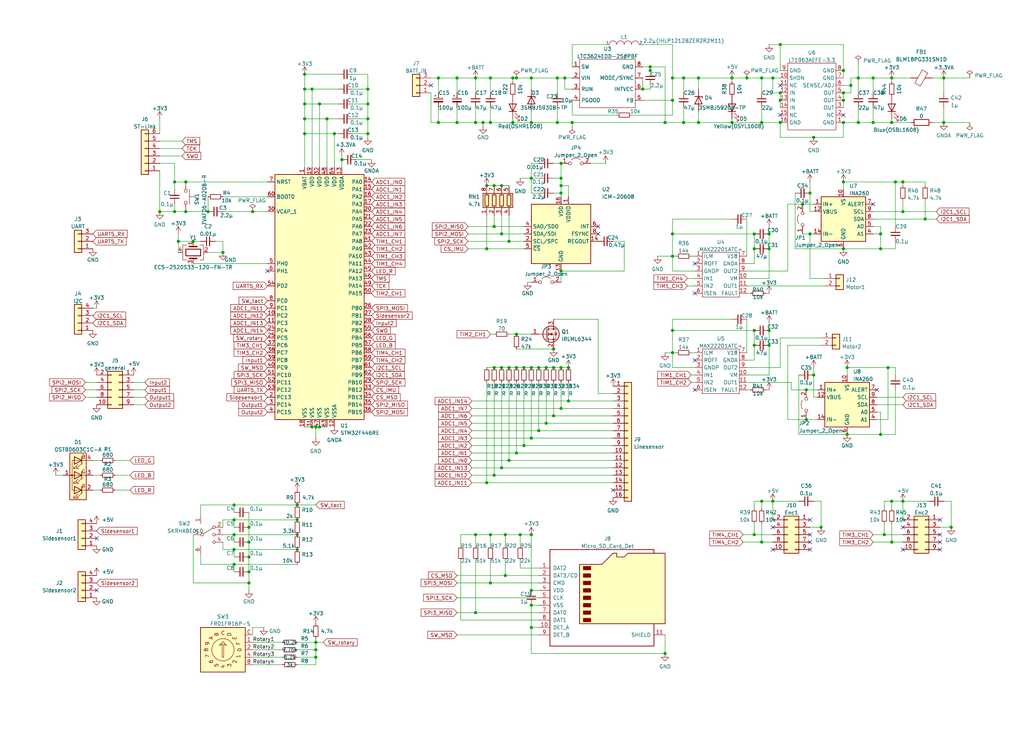
<source format=kicad_sch>
(kicad_sch (version 20211123) (generator eeschema)
  (paper "User" 350.012 250.012)
  (junction (at 322.58 41.91))
  (junction (at 176.53 114.3))
  (junction (at 300.99 80.01))
  (junction (at 238.76 26.67))
  (junction (at 191.77 66.04))
  (junction (at 60.96 82.55))
  (junction (at 167.64 182.88))
  (junction (at 54.61 72.39))
  (junction (at 166.37 85.09))
  (junction (at 308.61 72.39))
  (junction (at 176.53 26.67))
  (junction (at 288.29 62.23))
  (junction (at 149.86 41.91))
  (junction (at 181.61 41.91))
  (junction (at 276.86 66.04))
  (junction (at 233.68 26.67))
  (junction (at 191.77 60.96))
  (junction (at 176.53 125.73))
  (junction (at 293.37 26.67))
  (junction (at 149.86 26.67))
  (junction (at 104.14 35.56))
  (junction (at 173.99 82.55))
  (junction (at 125.73 40.64))
  (junction (at 85.09 195.58))
  (junction (at 104.14 45.72))
  (junction (at 173.99 125.73))
  (junction (at 162.56 209.55))
  (junction (at 181.61 60.96))
  (junction (at 168.91 63.5))
  (junction (at 175.26 26.67))
  (junction (at 177.8 182.88))
  (junction (at 229.87 80.01))
  (junction (at 260.35 185.42))
  (junction (at 186.69 144.78))
  (junction (at 162.56 182.88))
  (junction (at 289.56 125.73))
  (junction (at 172.72 182.88))
  (junction (at 229.87 120.65))
  (junction (at 80.01 172.72))
  (junction (at 181.61 214.63))
  (junction (at 107.95 224.79))
  (junction (at 288.29 85.09))
  (junction (at 229.87 87.63))
  (junction (at 289.56 148.59))
  (junction (at 125.73 30.48))
  (junction (at 171.45 125.73))
  (junction (at 104.14 30.48))
  (junction (at 266.7 15.24))
  (junction (at 171.45 80.01))
  (junction (at 80.01 193.04))
  (junction (at 168.91 162.56))
  (junction (at 229.87 34.29))
  (junction (at 86.36 72.39))
  (junction (at 195.58 41.91))
  (junction (at 191.77 92.71))
  (junction (at 59.69 72.39))
  (junction (at 288.29 41.91))
  (junction (at 255.27 26.67))
  (junction (at 250.19 26.67))
  (junction (at 66.04 82.55))
  (junction (at 116.84 54.61))
  (junction (at 262.89 80.01))
  (junction (at 125.73 35.56))
  (junction (at 85.09 185.42))
  (junction (at 63.5 62.23))
  (junction (at 168.91 125.73))
  (junction (at 189.23 125.73))
  (junction (at 184.15 125.73))
  (junction (at 264.16 26.67))
  (junction (at 162.56 26.67))
  (junction (at 266.7 31.75))
  (junction (at 260.35 26.67))
  (junction (at 302.26 182.88))
  (junction (at 274.32 69.85))
  (junction (at 308.61 171.45))
  (junction (at 260.35 41.91))
  (junction (at 172.72 196.85))
  (junction (at 303.53 125.73))
  (junction (at 227.33 223.52))
  (junction (at 233.68 41.91))
  (junction (at 191.77 125.73))
  (junction (at 179.07 152.4))
  (junction (at 325.12 180.34))
  (junction (at 290.83 29.21))
  (junction (at 250.19 41.91))
  (junction (at 288.29 34.29))
  (junction (at 257.81 80.01))
  (junction (at 257.81 118.11))
  (junction (at 85.09 180.34))
  (junction (at 181.61 182.88))
  (junction (at 300.99 85.09))
  (junction (at 107.95 219.71))
  (junction (at 278.13 46.99))
  (junction (at 176.53 154.94))
  (junction (at 276.86 80.01))
  (junction (at 181.61 26.67))
  (junction (at 189.23 119.38))
  (junction (at 275.59 133.35))
  (junction (at 80.01 177.8))
  (junction (at 101.6 182.88))
  (junction (at 278.13 128.27))
  (junction (at 304.8 171.45))
  (junction (at 173.99 157.48))
  (junction (at 304.8 41.91))
  (junction (at 104.14 25.4))
  (junction (at 171.45 160.02))
  (junction (at 193.04 26.67))
  (junction (at 114.3 45.72))
  (junction (at 63.5 72.39))
  (junction (at 264.16 171.45))
  (junction (at 166.37 165.1))
  (junction (at 308.61 62.23))
  (junction (at 222.25 24.13))
  (junction (at 229.87 113.03))
  (junction (at 219.71 30.48))
  (junction (at 125.73 45.72))
  (junction (at 156.21 41.91))
  (junction (at 238.76 41.91))
  (junction (at 85.09 190.5))
  (junction (at 262.89 85.09))
  (junction (at 76.2 86.36))
  (junction (at 162.56 41.91))
  (junction (at 109.22 35.56))
  (junction (at 304.8 185.42))
  (junction (at 181.61 207.01))
  (junction (at 262.89 113.03))
  (junction (at 175.26 41.91))
  (junction (at 106.68 146.05))
  (junction (at 316.23 74.93))
  (junction (at 306.07 62.23))
  (junction (at 85.09 199.39))
  (junction (at 168.91 77.47))
  (junction (at 107.95 146.05))
  (junction (at 257.81 113.03))
  (junction (at 191.77 63.5))
  (junction (at 298.45 26.67))
  (junction (at 257.81 85.09))
  (junction (at 194.31 125.73))
  (junction (at 106.68 30.48))
  (junction (at 190.5 26.67))
  (junction (at 288.29 31.75))
  (junction (at 260.35 171.45))
  (junction (at 298.45 41.91))
  (junction (at 293.37 41.91))
  (junction (at 266.7 34.29))
  (junction (at 181.61 125.73))
  (junction (at 111.76 40.64))
  (junction (at 275.59 143.51))
  (junction (at 184.15 147.32))
  (junction (at 71.12 72.39))
  (junction (at 104.14 40.64))
  (junction (at 280.67 180.34))
  (junction (at 191.77 55.88))
  (junction (at 262.89 118.11))
  (junction (at 101.6 187.96))
  (junction (at 107.95 222.25))
  (junction (at 300.99 148.59))
  (junction (at 181.61 149.86))
  (junction (at 80.01 182.88))
  (junction (at 167.64 199.39))
  (junction (at 194.31 137.16))
  (junction (at 167.64 41.91))
  (junction (at 322.58 26.67))
  (junction (at 288.29 24.13))
  (junction (at 304.8 26.67))
  (junction (at 186.69 125.73))
  (junction (at 171.45 63.5))
  (junction (at 59.69 62.23))
  (junction (at 189.23 142.24))
  (junction (at 257.81 182.88))
  (junction (at 80.01 187.96))
  (junction (at 190.5 41.91))
  (junction (at 167.64 26.67))
  (junction (at 165.1 41.91))
  (junction (at 191.77 139.7))
  (junction (at 222.25 22.86))
  (junction (at 227.33 41.91))
  (junction (at 109.22 146.05))
  (junction (at 179.07 125.73))
  (junction (at 181.61 201.93))
  (junction (at 166.37 63.5))
  (junction (at 229.87 26.67))
  (junction (at 266.7 41.91))
  (junction (at 101.6 177.8))
  (junction (at 156.21 26.67))
  (junction (at 101.6 172.72))
  (no_connect (at 264.16 187.96))
  (no_connect (at 276.86 182.88))
  (no_connect (at 276.86 185.42))
  (no_connect (at 276.86 187.96))
  (no_connect (at 237.49 90.17))
  (no_connect (at 237.49 100.33))
  (no_connect (at 298.45 69.85))
  (no_connect (at 299.72 133.35))
  (no_connect (at 308.61 187.96))
  (no_connect (at 321.31 185.42))
  (no_connect (at 321.31 187.96))
  (no_connect (at 321.31 182.88))
  (no_connect (at 308.61 180.34))
  (no_connect (at 321.31 177.8))
  (no_connect (at 237.49 123.19))
  (no_connect (at 204.47 80.01))
  (no_connect (at 204.47 77.47))
  (no_connect (at 276.86 177.8))
  (no_connect (at 264.16 180.34))
  (no_connect (at 237.49 133.35))
  (no_connect (at 209.55 167.64))
  (no_connect (at 147.32 29.21))
  (no_connect (at 91.44 92.71))
  (no_connect (at 266.7 29.21))
  (no_connect (at 288.29 39.37))
  (no_connect (at 266.7 39.37))
  (no_connect (at 33.02 184.15))
  (no_connect (at 33.02 201.93))
  (wire (pts (xy 116.84 53.34) (xy 116.84 54.61)))
  (wire (pts (xy 300.99 80.01) (xy 300.99 85.09)))
  (wire (pts (xy 120.65 30.48) (xy 125.73 30.48)))
  (wire (pts (xy 266.7 46.99) (xy 266.7 41.91)))
  (wire (pts (xy 125.73 40.64) (xy 125.73 45.72)))
  (wire (pts (xy 76.2 187.96) (xy 80.01 187.96)))
  (wire (pts (xy 322.58 26.67) (xy 331.47 26.67)))
  (wire (pts (xy 209.55 82.55) (xy 213.36 82.55)))
  (wire (pts (xy 278.13 135.89) (xy 279.4 135.89)))
  (wire (pts (xy 172.72 196.85) (xy 184.15 196.85)))
  (wire (pts (xy 191.77 139.7) (xy 191.77 130.81)))
  (wire (pts (xy 101.6 227.33) (xy 107.95 227.33)))
  (wire (pts (xy 229.87 113.03) (xy 257.81 113.03)))
  (wire (pts (xy 300.99 80.01) (xy 298.45 80.01)))
  (wire (pts (xy 299.72 143.51) (xy 303.53 143.51)))
  (wire (pts (xy 236.22 128.27) (xy 237.49 128.27)))
  (wire (pts (xy 68.58 189.23) (xy 68.58 193.04)))
  (wire (pts (xy 156.21 209.55) (xy 162.56 209.55)))
  (wire (pts (xy 54.61 40.64) (xy 54.61 45.72)))
  (wire (pts (xy 293.37 31.75) (xy 293.37 26.67)))
  (wire (pts (xy 168.91 130.81) (xy 168.91 162.56)))
  (wire (pts (xy 298.45 182.88) (xy 302.26 182.88)))
  (wire (pts (xy 227.33 22.86) (xy 227.33 41.91)))
  (wire (pts (xy 60.96 80.01) (xy 60.96 82.55)))
  (wire (pts (xy 171.45 130.81) (xy 171.45 160.02)))
  (wire (pts (xy 275.59 133.35) (xy 279.4 133.35)))
  (wire (pts (xy 289.56 125.73) (xy 303.53 125.73)))
  (wire (pts (xy 107.95 146.05) (xy 109.22 146.05)))
  (wire (pts (xy 190.5 26.67) (xy 190.5 31.75)))
  (wire (pts (xy 278.13 125.73) (xy 278.13 128.27)))
  (wire (pts (xy 222.25 24.13) (xy 222.25 25.4)))
  (wire (pts (xy 173.99 73.66) (xy 173.99 82.55)))
  (wire (pts (xy 186.69 144.78) (xy 186.69 130.81)))
  (wire (pts (xy 231.14 87.63) (xy 229.87 87.63)))
  (wire (pts (xy 229.87 34.29) (xy 229.87 26.67)))
  (wire (pts (xy 276.86 180.34) (xy 280.67 180.34)))
  (wire (pts (xy 189.23 142.24) (xy 209.55 142.24)))
  (wire (pts (xy 271.78 66.04) (xy 271.78 85.09)))
  (wire (pts (xy 193.04 26.67) (xy 193.04 30.48)))
  (wire (pts (xy 171.45 160.02) (xy 209.55 160.02)))
  (wire (pts (xy 260.35 171.45) (xy 257.81 171.45)))
  (wire (pts (xy 162.56 209.55) (xy 184.15 209.55)))
  (wire (pts (xy 266.7 115.57) (xy 280.67 115.57)))
  (wire (pts (xy 264.16 171.45) (xy 273.05 171.45)))
  (wire (pts (xy 238.76 26.67) (xy 250.19 26.67)))
  (wire (pts (xy 71.12 86.36) (xy 76.2 86.36)))
  (wire (pts (xy 167.64 26.67) (xy 167.64 31.75)))
  (wire (pts (xy 157.48 182.88) (xy 162.56 182.88)))
  (wire (pts (xy 80.01 195.58) (xy 80.01 193.04)))
  (wire (pts (xy 269.24 69.85) (xy 274.32 69.85)))
  (wire (pts (xy 278.13 128.27) (xy 278.13 135.89)))
  (wire (pts (xy 181.61 201.93) (xy 181.61 182.88)))
  (wire (pts (xy 149.86 41.91) (xy 156.21 41.91)))
  (wire (pts (xy 180.34 96.52) (xy 181.61 96.52)))
  (wire (pts (xy 278.13 171.45) (xy 280.67 171.45)))
  (wire (pts (xy 149.86 36.83) (xy 149.86 41.91)))
  (wire (pts (xy 306.07 85.09) (xy 306.07 82.55)))
  (wire (pts (xy 255.27 95.25) (xy 262.89 95.25)))
  (wire (pts (xy 160.02 77.47) (xy 168.91 77.47)))
  (wire (pts (xy 288.29 41.91) (xy 288.29 46.99)))
  (wire (pts (xy 204.47 109.22) (xy 204.47 134.62)))
  (wire (pts (xy 171.45 80.01) (xy 179.07 80.01)))
  (wire (pts (xy 219.71 15.24) (xy 229.87 15.24)))
  (wire (pts (xy 288.29 62.23) (xy 288.29 64.77)))
  (wire (pts (xy 195.58 41.91) (xy 190.5 41.91)))
  (wire (pts (xy 304.8 179.07) (xy 304.8 185.42)))
  (wire (pts (xy 86.36 227.33) (xy 96.52 227.33)))
  (wire (pts (xy 306.07 77.47) (xy 306.07 62.23)))
  (wire (pts (xy 125.73 40.64) (xy 125.73 35.56)))
  (wire (pts (xy 308.61 171.45) (xy 317.5 171.45)))
  (wire (pts (xy 298.45 41.91) (xy 304.8 41.91)))
  (wire (pts (xy 191.77 63.5) (xy 191.77 66.04)))
  (wire (pts (xy 322.58 26.67) (xy 318.77 26.67)))
  (wire (pts (xy 270.51 133.35) (xy 275.59 133.35)))
  (wire (pts (xy 175.26 41.91) (xy 181.61 41.91)))
  (wire (pts (xy 195.58 39.37) (xy 195.58 34.29)))
  (wire (pts (xy 149.86 26.67) (xy 156.21 26.67)))
  (wire (pts (xy 156.21 204.47) (xy 184.15 204.47)))
  (wire (pts (xy 45.72 135.89) (xy 49.53 135.89)))
  (wire (pts (xy 177.8 186.69) (xy 177.8 182.88)))
  (wire (pts (xy 104.14 45.72) (xy 104.14 57.15)))
  (wire (pts (xy 156.21 36.83) (xy 156.21 41.91)))
  (wire (pts (xy 255.27 97.79) (xy 281.94 97.79)))
  (wire (pts (xy 276.86 95.25) (xy 281.94 95.25)))
  (wire (pts (xy 321.31 180.34) (xy 325.12 180.34)))
  (wire (pts (xy 184.15 125.73) (xy 186.69 125.73)))
  (wire (pts (xy 288.29 34.29) (xy 288.29 36.83)))
  (wire (pts (xy 173.99 157.48) (xy 209.55 157.48)))
  (wire (pts (xy 168.91 77.47) (xy 179.07 77.47)))
  (wire (pts (xy 273.05 128.27) (xy 273.05 148.59)))
  (wire (pts (xy 66.04 199.39) (xy 85.09 199.39)))
  (wire (pts (xy 172.72 191.77) (xy 172.72 196.85)))
  (wire (pts (xy 161.29 162.56) (xy 168.91 162.56)))
  (wire (pts (xy 63.5 72.39) (xy 71.12 72.39)))
  (wire (pts (xy 162.56 36.83) (xy 162.56 41.91)))
  (wire (pts (xy 161.29 137.16) (xy 194.31 137.16)))
  (wire (pts (xy 266.7 46.99) (xy 278.13 46.99)))
  (wire (pts (xy 171.45 125.73) (xy 173.99 125.73)))
  (wire (pts (xy 288.29 29.21) (xy 290.83 29.21)))
  (wire (pts (xy 219.71 26.67) (xy 219.71 30.48)))
  (wire (pts (xy 176.53 114.3) (xy 181.61 114.3)))
  (wire (pts (xy 177.8 194.31) (xy 177.8 191.77)))
  (wire (pts (xy 66.04 90.17) (xy 91.44 90.17)))
  (wire (pts (xy 302.26 182.88) (xy 308.61 182.88)))
  (wire (pts (xy 59.69 55.88) (xy 59.69 62.23)))
  (wire (pts (xy 181.61 214.63) (xy 181.61 223.52)))
  (wire (pts (xy 308.61 62.23) (xy 308.61 63.5)))
  (wire (pts (xy 191.77 96.52) (xy 191.77 92.71)))
  (wire (pts (xy 54.61 48.26) (xy 62.23 48.26)))
  (wire (pts (xy 107.95 146.05) (xy 107.95 149.86)))
  (wire (pts (xy 308.61 135.89) (xy 299.72 135.89)))
  (wire (pts (xy 85.09 190.5) (xy 85.09 195.58)))
  (wire (pts (xy 306.07 62.23) (xy 308.61 62.23)))
  (wire (pts (xy 191.77 125.73) (xy 194.31 125.73)))
  (wire (pts (xy 60.96 82.55) (xy 60.96 86.36)))
  (wire (pts (xy 237.49 92.71) (xy 229.87 92.71)))
  (wire (pts (xy 276.86 80.01) (xy 278.13 80.01)))
  (wire (pts (xy 288.29 85.09) (xy 300.99 85.09)))
  (wire (pts (xy 181.61 130.81) (xy 181.61 149.86)))
  (wire (pts (xy 186.69 144.78) (xy 209.55 144.78)))
  (wire (pts (xy 147.32 31.75) (xy 147.32 41.91)))
  (wire (pts (xy 120.65 45.72) (xy 125.73 45.72)))
  (wire (pts (xy 260.35 26.67) (xy 264.16 26.67)))
  (wire (pts (xy 250.19 109.22) (xy 229.87 109.22)))
  (wire (pts (xy 262.89 15.24) (xy 266.7 15.24)))
  (wire (pts (xy 59.69 62.23) (xy 63.5 62.23)))
  (wire (pts (xy 276.86 62.23) (xy 276.86 66.04)))
  (wire (pts (xy 266.7 34.29) (xy 266.7 36.83)))
  (wire (pts (xy 238.76 41.91) (xy 250.19 41.91)))
  (wire (pts (xy 255.27 74.93) (xy 255.27 87.63)))
  (wire (pts (xy 54.61 58.42) (xy 54.61 72.39)))
  (wire (pts (xy 54.61 72.39) (xy 59.69 72.39)))
  (wire (pts (xy 322.58 26.67) (xy 322.58 31.75)))
  (wire (pts (xy 85.09 175.26) (xy 85.09 180.34)))
  (wire (pts (xy 86.36 219.71) (xy 96.52 219.71)))
  (wire (pts (xy 229.87 26.67) (xy 233.68 26.67)))
  (wire (pts (xy 176.53 119.38) (xy 189.23 119.38)))
  (wire (pts (xy 80.01 175.26) (xy 80.01 172.72)))
  (wire (pts (xy 300.99 85.09) (xy 306.07 85.09)))
  (wire (pts (xy 261.62 100.33) (xy 262.89 100.33)))
  (wire (pts (xy 181.61 207.01) (xy 184.15 207.01)))
  (wire (pts (xy 213.36 92.71) (xy 191.77 92.71)))
  (wire (pts (xy 213.36 82.55) (xy 213.36 92.71)))
  (wire (pts (xy 107.95 219.71) (xy 110.49 219.71)))
  (wire (pts (xy 181.61 66.04) (xy 184.15 66.04)))
  (wire (pts (xy 165.1 43.18) (xy 165.1 41.91)))
  (wire (pts (xy 181.61 26.67) (xy 190.5 26.67)))
  (wire (pts (xy 234.95 97.79) (xy 237.49 97.79)))
  (wire (pts (xy 260.35 185.42) (xy 264.16 185.42)))
  (wire (pts (xy 59.69 69.85) (xy 59.69 72.39)))
  (wire (pts (xy 181.61 26.67) (xy 181.61 30.48)))
  (wire (pts (xy 306.07 128.27) (xy 306.07 125.73)))
  (wire (pts (xy 157.48 212.09) (xy 157.48 191.77)))
  (wire (pts (xy 276.86 66.04) (xy 276.86 72.39)))
  (wire (pts (xy 191.77 139.7) (xy 209.55 139.7)))
  (wire (pts (xy 264.16 171.45) (xy 260.35 171.45)))
  (wire (pts (xy 106.68 57.15) (xy 106.68 30.48)))
  (wire (pts (xy 189.23 66.04) (xy 191.77 66.04)))
  (wire (pts (xy 173.99 114.3) (xy 176.53 114.3)))
  (wire (pts (xy 254 182.88) (xy 257.81 182.88)))
  (wire (pts (xy 181.61 55.88) (xy 181.61 60.96)))
  (wire (pts (xy 257.81 179.07) (xy 257.81 182.88)))
  (wire (pts (xy 273.05 148.59) (xy 289.56 148.59)))
  (wire (pts (xy 189.23 55.88) (xy 191.77 55.88)))
  (wire (pts (xy 222.25 29.21) (xy 222.25 30.48)))
  (wire (pts (xy 39.37 162.56) (xy 44.45 162.56)))
  (wire (pts (xy 260.35 179.07) (xy 260.35 185.42)))
  (wire (pts (xy 166.37 165.1) (xy 209.55 165.1)))
  (wire (pts (xy 176.53 130.81) (xy 176.53 154.94)))
  (wire (pts (xy 166.37 63.5) (xy 168.91 63.5)))
  (wire (pts (xy 85.09 180.34) (xy 85.09 185.42)))
  (wire (pts (xy 269.24 143.51) (xy 275.59 143.51)))
  (wire (pts (xy 270.51 130.81) (xy 270.51 133.35)))
  (wire (pts (xy 262.89 77.47) (xy 262.89 80.01)))
  (wire (pts (xy 255.27 90.17) (xy 257.81 90.17)))
  (wire (pts (xy 274.32 69.85) (xy 278.13 69.85)))
  (wire (pts (xy 233.68 26.67) (xy 238.76 26.67)))
  (wire (pts (xy 162.56 182.88) (xy 167.64 182.88)))
  (wire (pts (xy 184.15 199.39) (xy 167.64 199.39)))
  (wire (pts (xy 80.01 190.5) (xy 80.01 187.96)))
  (wire (pts (xy 288.29 41.91) (xy 293.37 41.91)))
  (wire (pts (xy 104.14 30.48) (xy 106.68 30.48)))
  (wire (pts (xy 111.76 146.05) (xy 109.22 146.05)))
  (wire (pts (xy 229.87 34.29) (xy 229.87 39.37)))
  (wire (pts (xy 304.8 185.42) (xy 308.61 185.42)))
  (wire (pts (xy 181.61 182.88) (xy 177.8 182.88)))
  (wire (pts (xy 171.45 63.5) (xy 173.99 63.5)))
  (wire (pts (xy 201.93 55.88) (xy 207.01 55.88)))
  (wire (pts (xy 269.24 118.11) (xy 280.67 118.11)))
  (wire (pts (xy 173.99 130.81) (xy 173.99 157.48)))
  (wire (pts (xy 80.01 185.42) (xy 80.01 182.88)))
  (wire (pts (xy 60.96 82.55) (xy 66.04 82.55)))
  (wire (pts (xy 184.15 214.63) (xy 181.61 214.63)))
  (wire (pts (xy 161.29 154.94) (xy 176.53 154.94)))
  (wire (pts (xy 85.09 195.58) (xy 85.09 199.39)))
  (wire (pts (xy 262.89 80.01) (xy 262.89 85.09)))
  (wire (pts (xy 176.53 26.67) (xy 181.61 26.67)))
  (wire (pts (xy 288.29 31.75) (xy 288.29 34.29)))
  (wire (pts (xy 219.71 30.48) (xy 222.25 30.48)))
  (wire (pts (xy 68.58 172.72) (xy 68.58 176.53)))
  (wire (pts (xy 266.7 24.13) (xy 266.7 15.24)))
  (wire (pts (xy 76.2 180.34) (xy 76.2 177.8)))
  (wire (pts (xy 161.29 160.02) (xy 171.45 160.02)))
  (wire (pts (xy 193.04 26.67) (xy 195.58 26.67)))
  (wire (pts (xy 300.99 77.47) (xy 300.99 80.01)))
  (wire (pts (xy 316.23 68.58) (xy 316.23 74.93)))
  (wire (pts (xy 111.76 57.15) (xy 111.76 40.64)))
  (wire (pts (xy 181.61 149.86) (xy 209.55 149.86)))
  (wire (pts (xy 106.68 30.48) (xy 115.57 30.48)))
  (wire (pts (xy 161.29 142.24) (xy 189.23 142.24)))
  (wire (pts (xy 68.58 172.72) (xy 80.01 172.72)))
  (wire (pts (xy 280.67 171.45) (xy 280.67 180.34)))
  (wire (pts (xy 257.81 171.45) (xy 257.81 173.99)))
  (wire (pts (xy 250.19 74.93) (xy 229.87 74.93)))
  (wire (pts (xy 101.6 172.72) (xy 107.95 172.72)))
  (wire (pts (xy 147.32 26.67) (xy 149.86 26.67)))
  (wire (pts (xy 194.31 67.31) (xy 194.31 63.5)))
  (wire (pts (xy 166.37 125.73) (xy 168.91 125.73)))
  (wire (pts (xy 194.31 63.5) (xy 191.77 63.5)))
  (wire (pts (xy 31.75 157.48) (xy 34.29 157.48)))
  (wire (pts (xy 275.59 143.51) (xy 279.4 143.51)))
  (wire (pts (xy 179.07 152.4) (xy 209.55 152.4)))
  (wire (pts (xy 306.07 62.23) (xy 288.29 62.23)))
  (wire (pts (xy 120.65 25.4) (xy 125.73 25.4)))
  (wire (pts (xy 236.22 87.63) (xy 237.49 87.63)))
  (wire (pts (xy 300.99 77.47) (xy 298.45 77.47)))
  (wire (pts (xy 29.21 130.81) (xy 33.02 130.81)))
  (wire (pts (xy 293.37 21.59) (xy 293.37 26.67)))
  (wire (pts (xy 308.61 72.39) (xy 298.45 72.39)))
  (wire (pts (xy 156.21 196.85) (xy 172.72 196.85)))
  (wire (pts (xy 107.95 219.71) (xy 107.95 222.25)))
  (wire (pts (xy 116.84 54.61) (xy 116.84 57.15)))
  (wire (pts (xy 195.58 43.18) (xy 195.58 41.91)))
  (wire (pts (xy 165.1 41.91) (xy 167.64 41.91)))
  (wire (pts (xy 167.64 26.67) (xy 175.26 26.67)))
  (wire (pts (xy 121.92 54.61) (xy 127 54.61)))
  (wire (pts (xy 161.29 165.1) (xy 166.37 165.1)))
  (wire (pts (xy 260.35 26.67) (xy 255.27 26.67)))
  (wire (pts (xy 181.61 201.93) (xy 184.15 201.93)))
  (wire (pts (xy 234.95 95.25) (xy 237.49 95.25)))
  (wire (pts (xy 104.14 35.56) (xy 104.14 40.64)))
  (wire (pts (xy 195.58 15.24) (xy 207.01 15.24)))
  (wire (pts (xy 229.87 125.73) (xy 229.87 120.65)))
  (wire (pts (xy 167.64 114.3) (xy 168.91 114.3)))
  (wire (pts (xy 76.2 67.31) (xy 91.44 67.31)))
  (wire (pts (xy 255.27 123.19) (xy 257.81 123.19)))
  (wire (pts (xy 290.83 31.75) (xy 288.29 31.75)))
  (wire (pts (xy 255.27 109.22) (xy 255.27 120.65)))
  (wire (pts (xy 104.14 25.4) (xy 104.14 30.48)))
  (wire (pts (xy 168.91 125.73) (xy 171.45 125.73)))
  (wire (pts (xy 160.02 80.01) (xy 171.45 80.01)))
  (wire (pts (xy 184.15 55.88) (xy 181.61 55.88)))
  (wire (pts (xy 86.36 214.63) (xy 86.36 217.17)))
  (wire (pts (xy 262.89 110.49) (xy 262.89 113.03)))
  (wire (pts (xy 257.81 85.09) (xy 257.81 80.01)))
  (wire (pts (xy 290.83 26.67) (xy 290.83 29.21)))
  (wire (pts (xy 255.27 128.27) (xy 262.89 128.27)))
  (wire (pts (xy 276.86 72.39) (xy 278.13 72.39)))
  (wire (pts (xy 49.53 133.35) (xy 45.72 133.35)))
  (wire (pts (xy 264.16 31.75) (xy 266.7 31.75)))
  (wire (pts (xy 168.91 162.56) (xy 209.55 162.56)))
  (wire (pts (xy 290.83 29.21) (xy 290.83 31.75)))
  (wire (pts (xy 260.35 41.91) (xy 266.7 41.91)))
  (wire (pts (xy 104.14 40.64) (xy 104.14 45.72)))
  (wire (pts (xy 66.04 82.55) (xy 68.58 82.55)))
  (wire (pts (xy 63.5 62.23) (xy 91.44 62.23)))
  (wire (pts (xy 104.14 25.4) (xy 115.57 25.4)))
  (wire (pts (xy 227.33 120.65) (xy 229.87 120.65)))
  (wire (pts (xy 31.75 162.56) (xy 34.29 162.56)))
  (wire (pts (xy 107.95 218.44) (xy 107.95 219.71)))
  (wire (pts (xy 250.19 40.64) (xy 250.19 41.91)))
  (wire (pts (xy 189.23 60.96) (xy 191.77 60.96)))
  (wire (pts (xy 173.99 125.73) (xy 176.53 125.73)))
  (wire (pts (xy 80.01 182.88) (xy 101.6 182.88)))
  (wire (pts (xy 257.81 90.17) (xy 257.81 85.09)))
  (wire (pts (xy 308.61 72.39) (xy 320.04 72.39)))
  (wire (pts (xy 276.86 80.01) (xy 276.86 95.25)))
  (wire (pts (xy 49.53 130.81) (xy 45.72 130.81)))
  (wire (pts (xy 250.19 41.91) (xy 260.35 41.91)))
  (wire (pts (xy 260.35 41.91) (xy 260.35 36.83)))
  (wire (pts (xy 219.71 22.86) (xy 222.25 22.86)))
  (wire (pts (xy 181.61 41.91) (xy 190.5 41.91)))
  (wire (pts (xy 45.72 138.43) (xy 49.53 138.43)))
  (wire (pts (xy 298.45 74.93) (xy 316.23 74.93)))
  (wire (pts (xy 162.56 186.69) (xy 162.56 182.88)))
  (wire (pts (xy 298.45 36.83) (xy 298.45 41.91)))
  (wire (pts (xy 266.7 31.75) (xy 266.7 34.29)))
  (wire (pts (xy 172.72 182.88) (xy 177.8 182.88)))
  (wire (pts (xy 322.58 41.91) (xy 331.47 41.91)))
  (wire (pts (xy 288.29 24.13) (xy 288.29 26.67)))
  (wire (pts (xy 39.37 157.48) (xy 44.45 157.48)))
  (wire (pts (xy 229.87 109.22) (xy 229.87 113.03)))
  (wire (pts (xy 125.73 45.72) (xy 125.73 46.99)))
  (wire (pts (xy 162.56 26.67) (xy 162.56 31.75)))
  (wire (pts (xy 33.02 105.41) (xy 31.75 105.41)))
  (wire (pts (xy 157.48 182.88) (xy 157.48 186.69)))
  (wire (pts (xy 229.87 92.71) (xy 229.87 87.63)))
  (wire (pts (xy 106.68 146.05) (xy 107.95 146.05)))
  (wire (pts (xy 289.56 125.73) (xy 289.56 128.27)))
  (wire (pts (xy 167.64 36.83) (xy 167.64 41.91)))
  (wire (pts (xy 262.89 118.11) (xy 262.89 128.27)))
  (wire (pts (xy 204.47 134.62) (xy 209.55 134.62)))
  (wire (pts (xy 298.45 185.42) (xy 304.8 185.42)))
  (wire (pts (xy 325.12 171.45) (xy 325.12 180.34)))
  (wire (pts (xy 179.07 130.81) (xy 179.07 152.4)))
  (wire (pts (xy 264.16 171.45) (xy 264.16 177.8)))
  (wire (pts (xy 109.22 35.56) (xy 115.57 35.56)))
  (wire (pts (xy 298.45 26.67) (xy 304.8 26.67)))
  (wire (pts (xy 191.77 55.88) (xy 191.77 60.96)))
  (wire (pts (xy 114.3 45.72) (xy 114.3 57.15)))
  (wire (pts (xy 184.15 130.81) (xy 184.15 147.32)))
  (wire (pts (xy 229.87 80.01) (xy 257.81 80.01)))
  (wire (pts (xy 191.77 60.96) (xy 191.77 63.5)))
  (wire (pts (xy 175.26 40.64) (xy 175.26 41.91)))
  (wire (pts (xy 54.61 53.34) (xy 62.23 53.34)))
  (wire (pts (xy 262.89 85.09) (xy 262.89 95.25)))
  (wire (pts (xy 73.66 82.55) (xy 76.2 82.55)))
  (wire (pts (xy 166.37 130.81) (xy 166.37 165.1)))
  (wire (pts (xy 293.37 41.91) (xy 298.45 41.91)))
  (wire (pts (xy 114.3 45.72) (xy 115.57 45.72)))
  (wire (pts (xy 194.31 130.81) (xy 194.31 137.16)))
  (wire (pts (xy 322.58 41.91) (xy 318.77 41.91)))
  (wire (pts (xy 59.69 72.39) (xy 63.5 72.39)))
  (wire (pts (xy 266.7 125.73) (xy 266.7 115.57)))
  (wire (pts (xy 269.24 143.51) (xy 269.24 118.11)))
  (wire (pts (xy 229.87 80.01) (xy 229.87 87.63)))
  (wire (pts (xy 156.21 199.39) (xy 167.64 199.39)))
  (wire (pts (xy 176.53 154.94) (xy 209.55 154.94)))
  (wire (pts (xy 167.64 41.91) (xy 175.26 41.91)))
  (wire (pts (xy 190.5 26.67) (xy 193.04 26.67)))
  (wire (pts (xy 101.6 222.25) (xy 107.95 222.25)))
  (wire (pts (xy 125.73 30.48) (xy 125.73 35.56)))
  (wire (pts (xy 304.8 41.91) (xy 311.15 41.91)))
  (wire (pts (xy 86.36 224.79) (xy 96.52 224.79)))
  (wire (pts (xy 184.15 212.09) (xy 157.48 212.09)))
  (wire (pts (xy 289.56 148.59) (xy 300.99 148.59)))
  (wire (pts (xy 189.23 109.22) (xy 204.47 109.22)))
  (wire (pts (xy 302.26 179.07) (xy 302.26 182.88)))
  (wire (pts (xy 168.91 63.5) (xy 171.45 63.5)))
  (wire (pts (xy 257.81 123.19) (xy 257.81 118.11)))
  (wire (pts (xy 161.29 149.86) (xy 181.61 149.86)))
  (wire (pts (xy 181.61 223.52) (xy 227.33 223.52)))
  (wire (pts (xy 264.16 26.67) (xy 266.7 26.67)))
  (wire (pts (xy 308.61 62.23) (xy 316.23 62.23)))
  (wire (pts (xy 176.53 125.73) (xy 179.07 125.73)))
  (wire (pts (xy 80.01 177.8) (xy 101.6 177.8)))
  (wire (pts (xy 184.15 194.31) (xy 177.8 194.31)))
  (wire (pts (xy 66.04 182.88) (xy 66.04 199.39)))
  (wire (pts (xy 76.2 177.8) (xy 80.01 177.8)))
  (wire (pts (xy 147.32 41.91) (xy 149.86 41.91)))
  (wire (pts (xy 190.5 36.83) (xy 190.5 41.91)))
  (wire (pts (xy 266.7 15.24) (xy 288.29 15.24)))
  (wire (pts (xy 316.23 74.93) (xy 320.04 74.93)))
  (wire (pts (xy 162.56 191.77) (xy 162.56 209.55)))
  (wire (pts (xy 322.58 36.83) (xy 322.58 41.91)))
  (wire (pts (xy 304.8 40.64) (xy 304.8 41.91)))
  (wire (pts (xy 181.61 60.96) (xy 181.61 66.04)))
  (wire (pts (xy 179.07 125.73) (xy 181.61 125.73)))
  (wire (pts (xy 104.14 30.48) (xy 104.14 35.56)))
  (wire (pts (xy 186.69 125.73) (xy 189.23 125.73)))
  (wire (pts (xy 104.14 45.72) (xy 114.3 45.72)))
  (wire (pts (xy 227.33 41.91) (xy 233.68 41.91)))
  (wire (pts (xy 222.25 22.86) (xy 227.33 22.86)))
  (wire (pts (xy 195.58 22.86) (xy 195.58 15.24)))
  (wire (pts (xy 107.95 224.79) (xy 107.95 222.25)))
  (wire (pts (xy 71.12 67.31) (xy 71.12 72.39)))
  (wire (pts (xy 76.2 72.39) (xy 86.36 72.39)))
  (wire (pts (xy 229.87 74.93) (xy 229.87 80.01)))
  (wire (pts (xy 54.61 50.8) (xy 62.23 50.8)))
  (wire (pts (xy 29.21 135.89) (xy 33.02 135.89)))
  (wire (pts (xy 125.73 25.4) (xy 125.73 30.48)))
  (wire (pts (xy 222.25 22.86) (xy 222.25 24.13)))
  (wire (pts (xy 160.02 85.09) (xy 166.37 85.09)))
  (wire (pts (xy 304.8 171.45) (xy 304.8 173.99)))
  (wire (pts (xy 166.37 73.66) (xy 166.37 85.09)))
  (wire (pts (xy 161.29 144.78) (xy 186.69 144.78)))
  (wire (pts (xy 227.33 41.91) (xy 195.58 41.91)))
  (wire (pts (xy 80.01 180.34) (xy 80.01 177.8)))
  (wire (pts (xy 76.2 82.55) (xy 76.2 86.36)))
  (wire (pts (xy 236.22 130.81) (xy 237.49 130.81)))
  (wire (pts (xy 304.8 171.45) (xy 302.26 171.45)))
  (wire (pts (xy 172.72 186.69) (xy 172.72 182.88)))
  (wire (pts (xy 236.22 120.65) (xy 237.49 120.65)))
  (wire (pts (xy 271.78 85.09) (xy 288.29 85.09)))
  (wire (pts (xy 160.02 82.55) (xy 173.99 82.55)))
  (wire (pts (xy 299.72 138.43) (xy 308.61 138.43)))
  (wire (pts (xy 31.75 167.64) (xy 34.29 167.64)))
  (wire (pts (xy 189.23 130.81) (xy 189.23 142.24)))
  (wire (pts (xy 191.77 66.04) (xy 191.77 67.31)))
  (wire (pts (xy 104.14 40.64) (xy 111.76 40.64)))
  (wire (pts (xy 80.01 187.96) (xy 101.6 187.96)))
  (wire (pts (xy 316.23 62.23) (xy 316.23 63.5)))
  (wire (pts (xy 76.2 185.42) (xy 76.2 187.96)))
  (wire (pts (xy 260.35 31.75) (xy 260.35 26.67)))
  (wire (pts (xy 59.69 64.77) (xy 59.69 62.23)))
  (wire (pts (xy 39.37 167.64) (xy 44.45 167.64)))
  (wire (pts (xy 167.64 199.39) (xy 167.64 191.77)))
  (wire (pts (xy 29.21 133.35) (xy 33.02 133.35)))
  (wire (pts (xy 120.65 40.64) (xy 125.73 40.64)))
  (wire (pts (xy 156.21 26.67) (xy 156.21 31.75)))
  (wire (pts (xy 184.15 147.32) (xy 209.55 147.32)))
  (wire (pts (xy 86.36 72.39) (xy 91.44 72.39)))
  (wire (pts (xy 101.6 224.79) (xy 107.95 224.79)))
  (wire (pts (xy 161.29 152.4) (xy 179.07 152.4)))
  (wire (pts (xy 68.58 193.04) (xy 80.01 193.04)))
  (wire (pts (xy 227.33 217.17) (xy 227.33 223.52)))
  (wire (pts (xy 215.9 39.37) (xy 229.87 39.37)))
  (wire (pts (xy 104.14 146.05) (xy 106.68 146.05)))
  (wire (pts (xy 161.29 147.32) (xy 184.15 147.32)))
  (wire (pts (xy 161.29 157.48) (xy 173.99 157.48)))
  (wire (pts (xy 168.91 73.66) (xy 168.91 77.47)))
  (wire (pts (xy 255.27 130.81) (xy 270.51 130.81)))
  (wire (pts (xy 322.58 171.45) (xy 325.12 171.45)))
  (wire (pts (xy 293.37 26.67) (xy 298.45 26.67)))
  (wire (pts (xy 308.61 171.45) (xy 308.61 177.8)))
  (wire (pts (xy 210.82 39.37) (xy 195.58 39.37)))
  (wire (pts (xy 238.76 26.67) (xy 238.76 30.48)))
  (wire (pts (xy 233.68 36.83) (xy 233.68 41.91)))
  (wire (pts (xy 255.27 92.71) (xy 269.24 92.71)))
  (wire (pts (xy 175.26 26.67) (xy 176.53 26.67)))
  (wire (pts (xy 300.99 148.59) (xy 306.07 148.59)))
  (wire (pts (xy 156.21 41.91) (xy 162.56 41.91)))
  (wire (pts (xy 237.49 125.73) (xy 229.87 125.73)))
  (wire (pts (xy 161.29 139.7) (xy 191.77 139.7)))
  (wire (pts (xy 189.23 125.73) (xy 191.77 125.73)))
  (wire (pts (xy 171.45 73.66) (xy 171.45 80.01)))
  (wire (pts (xy 86.36 222.25) (xy 96.52 222.25)))
  (wire (pts (xy 255.27 100.33) (xy 256.54 100.33)))
  (wire (pts (xy 181.61 125.73) (xy 184.15 125.73)))
  (wire (pts (xy 184.15 60.96) (xy 181.61 60.96)))
  (wire (pts (xy 269.24 69.85) (xy 269.24 92.71)))
  (wire (pts (xy 101.6 219.71) (xy 107.95 219.71)))
  (wire (pts (xy 293.37 41.91) (xy 293.37 36.83)))
  (wire (pts (xy 257.81 182.88) (xy 264.16 182.88)))
  (wire (pts (xy 304.8 26.67) (xy 311.15 26.67)))
  (wire (pts (xy 109.22 35.56) (xy 109.22 57.15)))
  (wire (pts (xy 181.61 214.63) (xy 181.61 207.01)))
  (wire (pts (xy 162.56 41.91) (xy 165.1 41.91)))
  (wire (pts (xy 194.31 137.16) (xy 209.55 137.16)))
  (wire (pts (xy 304.8 26.67) (xy 304.8 27.94)))
  (wire (pts (xy 293.37 26.67) (xy 290.83 26.67)))
  (wire (pts (xy 229.87 120.65) (xy 231.14 120.65)))
  (wire (pts (xy 184.15 217.17) (xy 156.21 217.17)))
  (wire (pts (xy 261.62 133.35) (xy 262.89 133.35)))
  (wire (pts (xy 193.04 30.48) (xy 195.58 30.48)))
  (wire (pts (xy 262.89 113.03) (xy 262.89 118.11)))
  (wire (pts (xy 264.16 26.67) (xy 264.16 31.75)))
  (wire (pts (xy 219.71 34.29) (xy 229.87 34.29)))
  (wire (pts (xy 181.61 60.96) (xy 177.8 60.96)))
  (wire (pts (xy 238.76 38.1) (xy 238.76 41.91)))
  (wire (pts (xy 149.86 26.67) (xy 149.86 31.75)))
  (wire (pts (xy 111.76 40.64) (xy 115.57 40.64)))
  (wire (pts (xy 120.65 35.56) (xy 125.73 35.56)))
  (wire (pts (xy 257.81 118.11) (xy 257.81 113.03)))
  (wire (pts (xy 274.32 80.01) (xy 276.86 80.01)))
  (wire (pts (xy 233.68 26.67) (xy 233.68 31.75)))
  (wire (pts (xy 173.99 82.55) (xy 179.07 82.55)))
  (wire (pts (xy 181.61 38.1) (xy 181.61 41.91)))
  (wire (pts (xy 302.26 171.45) (xy 302.26 173.99)))
  (wire (pts (xy 175.26 26.67) (xy 175.26 27.94)))
  (wire (pts (xy 308.61 68.58) (xy 308.61 72.39)))
  (wire (pts (xy 80.01 193.04) (xy 101.6 193.04)))
  (wire (pts (xy 288.29 15.24) (xy 288.29 24.13)))
  (wire (pts (xy 260.35 171.45) (xy 260.35 173.99)))
  (wire (pts (xy 162.56 26.67) (xy 167.64 26.67)))
  (wire (pts (xy 156.21 26.67) (xy 162.56 26.67)))
  (wire (pts (xy 224.79 87.63) (xy 229.87 87.63)))
  (wire (pts (xy 229.87 15.24) (xy 229.87 26.67)))
  (wire (pts (xy 85.09 185.42) (xy 85.09 190.5)))
  (wire (pts (xy 308.61 171.45) (xy 304.8 171.45)))
  (wire (pts (xy 85.09 199.39) (xy 85.09 201.93)))
  (wire (pts (xy 76.2 182.88) (xy 80.01 182.88)))
  (wire (pts (xy 300.99 140.97) (xy 300.99 148.59)))
  (wire (pts (xy 278.13 46.99) (xy 288.29 46.99)))
  (wire (pts (xy 299.72 140.97) (xy 300.99 140.97)))
  (wire (pts (xy 80.01 172.72) (xy 101.6 172.72)))
  (wire (pts (xy 255.27 133.35) (xy 256.54 133.35)))
  (wire (pts (xy 166.37 85.09) (xy 179.07 85.09)))
  (wire (pts (xy 19.05 162.56) (xy 21.59 162.56)))
  (wire (pts (xy 107.95 227.33) (xy 107.95 224.79)))
  (wire (pts (xy 254 185.42) (xy 260.35 185.42)))
  (wire (pts (xy 303.53 143.51) (xy 303.53 125.73)))
  (wire (pts (xy 298.45 26.67) (xy 298.45 31.75)))
  (wire (pts (xy 250.19 26.67) (xy 250.19 27.94)))
  (wire (pts (xy 90.17 214.63) (xy 86.36 214.63)))
  (wire (pts (xy 233.68 41.91) (xy 238.76 41.91)))
  (wire (pts (xy 306.07 125.73) (xy 303.53 125.73)))
  (wire (pts (xy 54.61 55.88) (xy 59.69 55.88)))
  (wire (pts (xy 255.27 26.67) (xy 250.19 26.67)))
  (wire (pts (xy 104.14 35.56) (xy 109.22 35.56)))
  (wire (pts (xy 255.27 125.73) (xy 266.7 125.73)))
  (wire (pts (xy 229.87 113.03) (xy 229.87 120.65)))
  (wire (pts (xy 306.07 148.59) (xy 306.07 133.35)))
  (wire (pts (xy 167.64 186.69) (xy 167.64 182.88)))
  (wire (pts (xy 167.64 182.88) (xy 172.72 182.88)))
  (label "Rotary3" (at 86.36 224.79 0))
  (label "Rotary1" (at 86.36 219.71 0))
  (label "Rotary2" (at 86.36 222.25 0))
  (label "Rotary4" (at 86.36 227.33 0))
  (global_label "UART5_RX" (shape input) (at 31.75 80.01 0) (property "Intersheet References" "${INTERSHEET_REFS}" (effects hide)))
  (global_label "TCK" (shape input) (at 62.23 50.8 0) (property "Intersheet References" "${INTERSHEET_REFS}" (effects hide)))
  (global_label "ADC1_IN3" (shape input) (at 161.29 149.86 180) (property "Intersheet References" "${INTERSHEET_REFS}" (effects hide)))
  (global_label "ADC1_IN0" (shape input) (at 161.29 157.48 180) (property "Intersheet References" "${INTERSHEET_REFS}" (effects hide)))
  (global_label "Sidesensor1" (shape input) (at 33.02 181.61 0) (property "Intersheet References" "${INTERSHEET_REFS}" (effects hide)))
  (global_label "SPI3_MOSI" (shape input) (at 156.21 199.39 180) (property "Intersheet References" "${INTERSHEET_REFS}" (effects hide)))
  (global_label "CS_IMU" (shape input) (at 160.02 85.09 180) (property "Intersheet References" "${INTERSHEET_REFS}" (effects hide)))
  (global_label "I2C1_SDA" (shape input) (at 127 128.27 0) (property "Intersheet References" "${INTERSHEET_REFS}" (effects hide)))
  (global_label "CS_MSD" (shape input) (at 156.21 196.85 180) (property "Intersheet References" "${INTERSHEET_REFS}" (effects hide)))
  (global_label "SPI2_SCK" (shape input) (at 29.21 133.35 180) (property "Intersheet References" "${INTERSHEET_REFS}" (effects hide)))
  (global_label "UART5_RX" (shape input) (at 91.44 97.79 180) (property "Intersheet References" "${INTERSHEET_REFS}" (effects hide)))
  (global_label "ADC1_IN11" (shape input) (at 91.44 105.41 180) (property "Intersheet References" "${INTERSHEET_REFS}" (effects hide)))
  (global_label "LED_B" (shape input) (at 44.45 162.56 0) (property "Intersheet References" "${INTERSHEET_REFS}" (effects hide)))
  (global_label "ADC1_IN7" (shape input) (at 161.29 139.7 180) (property "Intersheet References" "${INTERSHEET_REFS}" (effects hide)))
  (global_label "I2C1_SDA" (shape input) (at 31.75 110.49 0) (property "Intersheet References" "${INTERSHEET_REFS}" (effects hide)))
  (global_label "Output1" (shape input) (at 91.44 138.43 180) (property "Intersheet References" "${INTERSHEET_REFS}" (effects hide)))
  (global_label "SPI3_SCK" (shape input) (at 91.44 128.27 180) (property "Intersheet References" "${INTERSHEET_REFS}" (effects hide)))
  (global_label "I2C1_SCL" (shape input) (at 127 125.73 0) (property "Intersheet References" "${INTERSHEET_REFS}" (effects hide)))
  (global_label "SPI2_SCK" (shape input) (at 127 130.81 0) (property "Intersheet References" "${INTERSHEET_REFS}" (effects hide)))
  (global_label "I2C1_SDA" (shape input) (at 320.04 74.93 0) (property "Intersheet References" "${INTERSHEET_REFS}" (effects hide)))
  (global_label "SPI2_MISO" (shape input) (at 160.02 77.47 180) (property "Intersheet References" "${INTERSHEET_REFS}" (effects hide)))
  (global_label "I2C1_SCL" (shape input) (at 308.61 135.89 0) (property "Intersheet References" "${INTERSHEET_REFS}" (effects hide)))
  (global_label "Input1" (shape input) (at 91.44 123.19 180) (property "Intersheet References" "${INTERSHEET_REFS}" (effects hide)))
  (global_label "LED_G" (shape input) (at 44.45 157.48 0) (property "Intersheet References" "${INTERSHEET_REFS}" (effects hide)))
  (global_label "ADC1_IN13" (shape input) (at 91.44 110.49 180) (property "Intersheet References" "${INTERSHEET_REFS}" (effects hide)))
  (global_label "ADC1_IN5" (shape input) (at 127 74.93 0) (property "Intersheet References" "${INTERSHEET_REFS}" (effects hide)))
  (global_label "TIM4_CH1" (shape input) (at 127 120.65 0) (property "Intersheet References" "${INTERSHEET_REFS}" (effects hide)))
  (global_label "I2C1_SDA" (shape input) (at 308.61 138.43 0) (property "Intersheet References" "${INTERSHEET_REFS}" (effects hide)))
  (global_label "SPI3_SCK" (shape input) (at 156.21 204.47 180) (property "Intersheet References" "${INTERSHEET_REFS}" (effects hide)))
  (global_label "TIM2_CH1" (shape input) (at 167.64 114.3 180) (property "Intersheet References" "${INTERSHEET_REFS}" (effects hide)))
  (global_label "TIM3_CH1" (shape input) (at 91.44 118.11 180) (property "Intersheet References" "${INTERSHEET_REFS}" (effects hide)))
  (global_label "TIM1_CH2" (shape input) (at 127 85.09 0) (property "Intersheet References" "${INTERSHEET_REFS}" (effects hide)))
  (global_label "TIM1_CH3" (shape input) (at 234.95 97.79 180) (property "Intersheet References" "${INTERSHEET_REFS}" (effects hide)))
  (global_label "ADC1_IN1" (shape input) (at 127 64.77 0) (property "Intersheet References" "${INTERSHEET_REFS}" (effects hide)))
  (global_label "ADC1_IN2" (shape input) (at 161.29 152.4 180) (property "Intersheet References" "${INTERSHEET_REFS}" (effects hide)))
  (global_label "SW_tact" (shape input) (at 107.95 172.72 0) (property "Intersheet References" "${INTERSHEET_REFS}" (effects hide)))
  (global_label "ADC1_IN14" (shape input) (at 91.44 113.03 180) (property "Intersheet References" "${INTERSHEET_REFS}" (effects hide)))
  (global_label "SW_rotary" (shape input) (at 91.44 115.57 180) (property "Intersheet References" "${INTERSHEET_REFS}" (effects hide)))
  (global_label "ADC1_IN6" (shape input) (at 127 77.47 0) (property "Intersheet References" "${INTERSHEET_REFS}" (effects hide)))
  (global_label "SWO" (shape input) (at 127 113.03 0) (property "Intersheet References" "${INTERSHEET_REFS}" (effects hide)))
  (global_label "TIM3_CH1" (shape input) (at 298.45 182.88 180) (property "Intersheet References" "${INTERSHEET_REFS}" (effects hide)))
  (global_label "TMS" (shape input) (at 127 95.25 0) (property "Intersheet References" "${INTERSHEET_REFS}" (effects hide)))
  (global_label "Output2" (shape input) (at 91.44 140.97 180) (property "Intersheet References" "${INTERSHEET_REFS}" (effects hide)))
  (global_label "ADC1_IN4" (shape input) (at 127 72.39 0) (property "Intersheet References" "${INTERSHEET_REFS}" (effects hide)))
  (global_label "SPI2_MOSI" (shape input) (at 29.21 130.81 180) (property "Intersheet References" "${INTERSHEET_REFS}" (effects hide)))
  (global_label "TIM2_CH1" (shape input) (at 127 100.33 0) (property "Intersheet References" "${INTERSHEET_REFS}" (effects hide)))
  (global_label "Input1" (shape input) (at 49.53 133.35 0) (property "Intersheet References" "${INTERSHEET_REFS}" (effects hide)))
  (global_label "Sidesensor2" (shape input) (at 127 107.95 0) (property "Intersheet References" "${INTERSHEET_REFS}" (effects hide)))
  (global_label "ADC1_IN6" (shape input) (at 161.29 142.24 180) (property "Intersheet References" "${INTERSHEET_REFS}" (effects hide)))
  (global_label "TIM1_CH4" (shape input) (at 127 90.17 0) (property "Intersheet References" "${INTERSHEET_REFS}" (effects hide)))
  (global_label "I2C1_SCL" (shape input) (at 320.04 72.39 0) (property "Intersheet References" "${INTERSHEET_REFS}" (effects hide)))
  (global_label "TIM1_CH1" (shape input) (at 127 82.55 0) (property "Intersheet References" "${INTERSHEET_REFS}" (effects hide)))
  (global_label "LED_G" (shape input) (at 127 115.57 0) (property "Intersheet References" "${INTERSHEET_REFS}" (effects hide)))
  (global_label "TCK" (shape input) (at 127 97.79 0) (property "Intersheet References" "${INTERSHEET_REFS}" (effects hide)))
  (global_label "SPI3_MOSI" (shape input) (at 127 105.41 0) (property "Intersheet References" "${INTERSHEET_REFS}" (effects hide)))
  (global_label "Input2" (shape input) (at 127 110.49 0) (property "Intersheet References" "${INTERSHEET_REFS}" (effects hide)))
  (global_label "ADC1_IN13" (shape input) (at 161.29 160.02 180) (property "Intersheet References" "${INTERSHEET_REFS}" (effects hide)))
  (global_label "ADC1_IN3" (shape input) (at 127 69.85 0) (property "Intersheet References" "${INTERSHEET_REFS}" (effects hide)))
  (global_label "TIM3_CH2" (shape input) (at 91.44 120.65 180) (property "Intersheet References" "${INTERSHEET_REFS}" (effects hide)))
  (global_label "SPI3_MISO" (shape input) (at 91.44 130.81 180) (property "Intersheet References" "${INTERSHEET_REFS}" (effects hide)))
  (global_label "CS_MSD" (shape input) (at 127 135.89 0) (property "Intersheet References" "${INTERSHEET_REFS}" (effects hide)))
  (global_label "LED_R" (shape input) (at 127 92.71 0) (property "Intersheet References" "${INTERSHEET_REFS}" (effects hide)))
  (global_label "ADC1_IN4" (shape input) (at 161.29 147.32 180) (property "Intersheet References" "${INTERSHEET_REFS}" (effects hide)))
  (global_label "SPI3_MISO" (shape input) (at 156.21 209.55 180) (property "Intersheet References" "${INTERSHEET_REFS}" (effects hide)))
  (global_label "SW_tact" (shape input) (at 91.44 102.87 180) (property "Intersheet References" "${INTERSHEET_REFS}" (effects hide)))
  (global_label "TIM1_CH1" (shape input) (at 236.22 128.27 180) (property "Intersheet References" "${INTERSHEET_REFS}" (effects hide)))
  (global_label "I2C1_SCL" (shape input) (at 31.75 107.95 0) (property "Intersheet References" "${INTERSHEET_REFS}" (effects hide)))
  (global_label "TIM1_CH3" (shape input) (at 127 87.63 0) (property "Intersheet References" "${INTERSHEET_REFS}" (effects hide)))
  (global_label "SPI2_MOSI" (shape input) (at 127 140.97 0) (property "Intersheet References" "${INTERSHEET_REFS}" (effects hide)))
  (global_label "SW_MSD" (shape input) (at 156.21 217.17 180) (property "Intersheet References" "${INTERSHEET_REFS}" (effects hide)))
  (global_label "SPI2_MISO" (shape input) (at 127 138.43 0) (property "Intersheet References" "${INTERSHEET_REFS}" (effects hide)))
  (global_label "SPI2_MISO" (shape input) (at 29.21 135.89 180) (property "Intersheet References" "${INTERSHEET_REFS}" (effects hide)))
  (global_label "ADC1_IN12" (shape input) (at 161.29 162.56 180) (property "Intersheet References" "${INTERSHEET_REFS}" (effects hide)))
  (global_label "Input2" (shape input) (at 49.53 130.81 0) (property "Intersheet References" "${INTERSHEET_REFS}" (effects hide)))
  (global_label "Output2" (shape input) (at 49.53 138.43 0) (property "Intersheet References" "${INTERSHEET_REFS}" (effects hide)))
  (global_label "TMS" (shape input) (at 62.23 48.26 0) (property "Intersheet References" "${INTERSHEET_REFS}" (effects hide)))
  (global_label "SPI2_MOSI" (shape input) (at 160.02 80.01 180) (property "Intersheet References" "${INTERSHEET_REFS}" (effects hide)))
  (global_label "SWO" (shape input) (at 62.23 53.34 0) (property "Intersheet References" "${INTERSHEET_REFS}" (effects hide)))
  (global_label "UART5_TX" (shape input) (at 31.75 82.55 0) (property "Intersheet References" "${INTERSHEET_REFS}" (effects hide)))
  (global_label "SW_MSD" (shape input) (at 91.44 125.73 180) (property "Intersheet References" "${INTERSHEET_REFS}" (effects hide)))
  (global_label "TIM1_CH4" (shape input) (at 234.95 95.25 180) (property "Intersheet References" "${INTERSHEET_REFS}" (effects hide)))
  (global_label "TIM4_CH1" (shape input) (at 254 182.88 180) (property "Intersheet References" "${INTERSHEET_REFS}" (effects hide)))
  (global_label "TIM1_CH2" (shape input) (at 236.22 130.81 180) (property "Intersheet References" "${INTERSHEET_REFS}" (effects hide)))
  (global_label "ADC1_IN11" (shape input) (at 161.29 165.1 180) (property "Intersheet References" "${INTERSHEET_REFS}" (effects hide)))
  (global_label "ADC1_IN1" (shape input) (at 161.29 154.94 180) (property "Intersheet References" "${INTERSHEET_REFS}" (effects hide)))
  (global_label "TIM4_CH2" (shape input) (at 254 185.42 180) (property "Intersheet References" "${INTERSHEET_REFS}" (effects hide)))
  (global_label "SW_rotary" (shape input) (at 110.49 219.71 0) (property "Intersheet References" "${INTERSHEET_REFS}" (effects hide)))
  (global_label "UART5_TX" (shape input) (at 91.44 133.35 180) (property "Intersheet References" "${INTERSHEET_REFS}" (effects hide)))
  (global_label "SPI2_SCK" (shape input) (at 160.02 82.55 180) (property "Intersheet References" "${INTERSHEET_REFS}" (effects hide)))
  (global_label "ADC1_IN14" (shape input) (at 161.29 137.16 180) (property "Intersheet References" "${INTERSHEET_REFS}" (effects hide)))
  (global_label "CS_IMU" (shape input) (at 127 133.35 0) (property "Intersheet References" "${INTERSHEET_REFS}" (effects hide)))
  (global_label "ADC1_IN5" (shape input) (at 161.29 144.78 180) (property "Intersheet References" "${INTERSHEET_REFS}" (effects hide)))
  (global_label "TIM4_CH2" (shape input) (at 127 123.19 0) (property "Intersheet References" "${INTERSHEET_REFS}" (effects hide)))
  (global_label "Sidesensor1" (shape input) (at 91.44 135.89 180) (property "Intersheet References" "${INTERSHEET_REFS}" (effects hide)))
  (global_label "ADC1_IN7" (shape input) (at 127 80.01 0) (property "Intersheet References" "${INTERSHEET_REFS}" (effects hide)))
  (global_label "ADC1_IN0" (shape input) (at 127 62.23 0) (property "Intersheet References" "${INTERSHEET_REFS}" (effects hide)))
  (global_label "ADC1_IN2" (shape input) (at 127 67.31 0) (property "Intersheet References" "${INTERSHEET_REFS}" (effects hide)))
  (global_label "LED_R" (shape input) (at 44.45 167.64 0) (property "Intersheet References" "${INTERSHEET_REFS}" (effects hide)))
  (global_label "Output1" (shape input) (at 49.53 135.89 0) (property "Intersheet References" "${INTERSHEET_REFS}" (effects hide)))
  (global_label "TIM3_CH2" (shape input) (at 298.45 185.42 180) (property "Intersheet References" "${INTERSHEET_REFS}" (effects hide)))
  (global_label "ADC1_IN12" (shape input) (at 91.44 107.95 180) (property "Intersheet References" "${INTERSHEET_REFS}" (effects hide)))
  (global_label "Sidesensor2" (shape input) (at 33.02 199.39 0) (property "Intersheet References" "${INTERSHEET_REFS}" (effects hide)))
  (global_label "LED_B" (shape input) (at 127 118.11 0) (property "Intersheet References" "${INTERSHEET_REFS}" (effects hide)))
  (symbol (lib_id "power:GND") (at 31.75 113.03 0) (unit 1)
    (property "Reference" "#PWR03" (effects hide))
    (property "Value" "GND" (at 31.75 117.4734 0))
  )
  (symbol (lib_id "Device:C_Small") (at 181.61 204.47 0) (unit 1)
    (property "Reference" "C19" (at 177.8 203.2 0) (effects (justify left)))
    (property "Value" "1μ" (at 177.8 205.74 0) (effects (justify left)))
    (property "Footprint" "Capacitor_SMD:C_0402_1005Metric_Pad0.74x0.62mm_HandSolder" (effects hide))
  )
  (symbol (lib_id "power:GND") (at 107.95 149.86 0) (unit 1)
    (property "Reference" "#PWR020" (effects hide))
    (property "Value" "GND" (at 107.95 154.3034 0))
  )
  (symbol (lib_id "power:+3.3V") (at 262.89 133.35 0) (unit 1)
    (property "Reference" "#PWR044" (effects hide))
    (property "Value" "+3.3V" (at 262.89 129.7742 0))
  )
  (symbol (lib_id "power:GNDA") (at 127 54.61 0) (unit 1)
    (property "Reference" "#PWR025" (effects hide))
    (property "Value" "GNDA" (at 127 58.42 0))
  )
  (symbol (lib_id "power:+5V") (at 45.72 128.27 0) (unit 1)
    (property "Reference" "#PWR011" (effects hide))
    (property "Value" "+5V" (at 45.72 124.46 0))
  )
  (symbol (lib_id "Device:FerriteBead") (at 314.96 26.67 90) (unit 1)
    (property "Reference" "FB1" (at 314.96 17.7831 90))
    (property "Value" "BLM18PG331SN1D" (at 314.96 20.32 90))
    (property "Footprint" "Diode_SMD:D_0603_1608Metric" (effects hide))
  )
  (symbol (lib_id "Device:R_Small") (at 99.06 219.71 90) (unit 1)
    (property "Reference" "R5" (at 104.14 218.44 90))
    (property "Value" "40.2k" (at 99.06 219.71 90))
    (property "Footprint" "Resistor_SMD:R_0603_1608Metric" (effects hide))
  )
  (symbol (lib_id "Device:C_Small") (at 260.35 34.29 0) (unit 1)
    (property "Reference" "C29" (at 260.35 31.75 0) (effects (justify left)))
    (property "Value" "22μ" (at 260.35 36.83 0) (effects (justify left)))
    (property "Footprint" "Capacitor_SMD:C_0805_2012Metric_Pad1.18x1.45mm_HandSolder" (effects hide))
  )
  (symbol (lib_id "power:GND") (at 288.29 85.09 0) (unit 1)
    (property "Reference" "#PWR051" (effects hide))
    (property "Value" "GND" (at 288.29 89.5334 0))
  )
  (symbol (lib_id "Connector_Generic:Conn_02x05_Odd_Even") (at 316.23 182.88 0) (mirror y) (unit 1)
    (property "Reference" "J13" (at 314.96 172.8302 0))
    (property "Value" "Enc2" (at 314.96 175.3671 0))
    (property "Footprint" "Connector_PinSocket_1.27mm:PinSocket_2x05_P1.27mm_Vertical" (effects hide))
  )
  (symbol (lib_id "robot_contest:MAX22201ATC+") (at 246.38 125.73 0) (unit 1)
    (property "Reference" "U5" (at 246.38 115.8072 0))
    (property "Value" "MAX22201ATC+" (at 246.38 118.3441 0))
    (property "Footprint" "Package_DFN_QFN:DFN-12-1EP_3x3mm_P0.5mm_EP1.6x2.5mm" (effects hide))
  )
  (symbol (lib_id "power:+3.3V") (at 19.05 162.56 0) (unit 1)
    (property "Reference" "#PWR01" (effects hide))
    (property "Value" "+3.3V" (at 19.05 158.9842 0))
  )
  (symbol (lib_id "Device:R_Small") (at 101.6 190.5 0) (unit 1)
    (property "Reference" "R13" (at 103.0986 189.6653 0) (effects (justify left)))
    (property "Value" "10k" (at 96.52 191.77 0) (effects (justify left)))
    (property "Footprint" "Resistor_SMD:R_0603_1608Metric" (effects hide))
  )
  (symbol (lib_id "power:+3.3V") (at 33.02 128.27 0) (unit 1)
    (property "Reference" "#PWR05" (effects hide))
    (property "Value" "+3.3V" (at 33.02 124.6942 0))
  )
  (symbol (lib_id "Device:R_Small") (at 73.66 67.31 90) (unit 1)
    (property "Reference" "R4" (at 77.47 66.04 90))
    (property "Value" "10k" (at 77.47 68.58 90))
    (property "Footprint" "Resistor_SMD:R_0603_1608Metric" (effects hide))
  )
  (symbol (lib_id "power:+3.3VA") (at 116.84 53.34 0) (unit 1)
    (property "Reference" "#PWR023" (effects hide))
    (property "Value" "+3.3VA" (at 118.11 49.53 0))
  )
  (symbol (lib_id "Jumper:Jumper_2_Open") (at 186.69 96.52 0) (unit 1)
    (property "Reference" "JP3" (at 186.69 91.1692 0))
    (property "Value" "Jumper_2_Open" (at 186.69 93.7061 0))
    (property "Footprint" "Jumper:SolderJumper-2_P1.3mm_Open_TrianglePad1.0x1.5mm" (effects hide))
  )
  (symbol (lib_id "Device:C_Small") (at 233.68 34.29 0) (unit 1)
    (property "Reference" "C26" (at 233.68 31.75 0) (effects (justify left)))
    (property "Value" "47μ" (at 233.68 36.83 0) (effects (justify left)))
    (property "Footprint" "Capacitor_SMD:C_1210_3225Metric_Pad1.33x2.70mm_HandSolder" (effects hide))
  )
  (symbol (lib_id "Device:R_Small") (at 260.35 176.53 0) (unit 1)
    (property "Reference" "R42" (at 261.62 175.26 0) (effects (justify left)))
    (property "Value" "10k" (at 261.62 177.8 0) (effects (justify left)))
    (property "Footprint" "Resistor_SMD:R_0603_1608Metric" (effects hide))
  )
  (symbol (lib_id "power:PWR_FLAG") (at 195.58 43.18 180) (unit 1)
    (property "Reference" "#FLG03" (effects hide))
    (property "Value" "PWR_FLAG" (at 195.58 46.99 0))
  )
  (symbol (lib_id "power:+BATT") (at 262.89 110.49 0) (unit 1)
    (property "Reference" "#PWR043" (effects hide))
    (property "Value" "+BATT" (at 262.89 106.9142 0))
  )
  (symbol (lib_id "power:GND") (at 33.02 138.43 0) (unit 1)
    (property "Reference" "#PWR06" (effects hide))
    (property "Value" "GND" (at 33.02 142.8734 0))
  )
  (symbol (lib_id "power:+3.3V") (at 60.96 80.01 0) (unit 1)
    (property "Reference" "#PWR014" (effects hide))
    (property "Value" "+3.3V" (at 60.96 76.4342 0))
  )
  (symbol (lib_id "power:GND") (at 85.09 201.93 0) (unit 1)
    (property "Reference" "#PWR016" (effects hide))
    (property "Value" "GND" (at 85.09 205.74 0))
  )
  (symbol (lib_id "Connector_Generic:Conn_01x03") (at 142.24 29.21 180) (unit 1)
    (property "Reference" "J7" (at 142.24 21.7002 0))
    (property "Value" "BATT_IN" (at 142.24 24.2371 0))
    (property "Footprint" "robot_contest:Molex_mini-SPOX_1x03_P2.54mm_Vertical" (effects hide))
  )
  (symbol (lib_id "Device:R_Small") (at 172.72 189.23 0) (unit 1)
    (property "Reference" "R20" (at 172.72 186.69 0) (effects (justify left)))
    (property "Value" "22k" (at 172.72 191.77 0) (effects (justify left)))
    (property "Footprint" "Resistor_SMD:R_0603_1608Metric" (effects hide))
  )
  (symbol (lib_id "power:GND") (at 189.23 119.38 0) (unit 1)
    (property "Reference" "#PWR0101" (effects hide))
    (property "Value" "GND" (at 189.23 123.19 0))
  )
  (symbol (lib_id "power:GND") (at 33.02 186.69 0) (mirror y) (unit 1)
    (property "Reference" "#PWR08" (effects hide))
    (property "Value" "GND" (at 36.83 187.96 0))
  )
  (symbol (lib_id "Connector_Generic:Conn_01x02") (at 287.02 95.25 0) (unit 1)
    (property "Reference" "J12" (at 289.052 95.6853 0) (effects (justify left)))
    (property "Value" "Motor1" (at 289.052 98.2222 0) (effects (justify left)))
    (property "Footprint" "robot_contest:Molex_mini-SPOX_1x02_P2.54mm_Vertical" (effects hide))
  )
  (symbol (lib_id "power:PWR_FLAG") (at 176.53 26.67 0) (unit 1)
    (property "Reference" "#FLG02" (effects hide))
    (property "Value" "PWR_FLAG" (at 177.8 24.13 0) (effects (justify left)))
  )
  (symbol (lib_id "Device:C_Small") (at 186.69 66.04 90) (unit 1)
    (property "Reference" "C22" (at 184.15 64.77 90))
    (property "Value" "2.2μ" (at 184.15 67.31 90))
    (property "Footprint" "Capacitor_SMD:C_0402_1005Metric_Pad0.74x0.62mm_HandSolder" (effects hide))
  )
  (symbol (lib_id "robot_contest:SW_SP3T") (at 71.12 182.88 0) (unit 1)
    (property "Reference" "SW2" (at 60.96 179.07 0) (effects (justify left)))
    (property "Value" "SKRHABE010" (at 57.15 181.61 0) (effects (justify left)))
    (property "Footprint" "robot_contest:SKRHAAE010" (effects hide))
  )
  (symbol (lib_id "Connector_Generic:Conn_01x16") (at 214.63 149.86 0) (unit 1)
    (property "Reference" "J9" (at 216.662 150.2953 0) (effects (justify left)))
    (property "Value" "Linesensor" (at 216.662 152.8322 0) (effects (justify left)))
    (property "Footprint" "robot_contest:Molex_1x16_P0.50mm_Horizontal" (effects hide))
  )
  (symbol (lib_id "power:GND") (at 325.12 180.34 0) (unit 1)
    (property "Reference" "#PWR058" (effects hide))
    (property "Value" "GND" (at 325.12 184.7834 0))
  )
  (symbol (lib_id "Device:R_Pack04") (at 171.45 68.58 0) (unit 1)
    (property "Reference" "RN1" (at 160.02 67.31 0) (effects (justify left)))
    (property "Value" "4.7k" (at 160.02 69.8469 0) (effects (justify left)))
    (property "Footprint" "Resistor_SMD:R_Array_Convex_4x0402" (effects hide))
  )
  (symbol (lib_id "Device:R_Small") (at 99.06 224.79 90) (unit 1)
    (property "Reference" "R7" (at 104.14 223.52 90))
    (property "Value" "6.2k" (at 99.06 224.79 90))
    (property "Footprint" "Resistor_SMD:R_0603_1608Metric" (effects hide))
  )
  (symbol (lib_id "Device:R_Small") (at 179.07 128.27 0) (unit 1)
    (property "Reference" "R28" (at 179.07 132.08 0) (effects (justify left)))
    (property "Value" "R" (at 179.07 134.6169 0) (effects (justify left)))
    (property "Footprint" "Resistor_SMD:R_0603_1608Metric" (effects hide))
  )
  (symbol (lib_id "Device:C_Small") (at 274.32 66.04 90) (unit 1)
    (property "Reference" "C34" (at 274.32 63.5 90))
    (property "Value" "0.1μ" (at 274.32 68.58 90))
    (property "Footprint" "Capacitor_SMD:C_0402_1005Metric_Pad0.74x0.62mm_HandSolder" (effects hide))
  )
  (symbol (lib_id "power:+3.3V") (at 262.89 100.33 0) (unit 1)
    (property "Reference" "#PWR042" (effects hide))
    (property "Value" "+3.3V" (at 262.89 96.7542 0))
  )
  (symbol (lib_id "Device:C_Small") (at 82.55 195.58 90) (unit 1)
    (property "Reference" "C8" (at 78.74 194.31 90))
    (property "Value" "0.1μ" (at 87.63 194.31 90))
    (property "Footprint" "Capacitor_SMD:C_0402_1005Metric_Pad0.74x0.62mm_HandSolder" (effects hide))
  )
  (symbol (lib_id "Device:C_Small") (at 73.66 72.39 90) (unit 1)
    (property "Reference" "C3" (at 76.2 71.12 90))
    (property "Value" "2.2μ" (at 77.47 73.66 90))
    (property "Footprint" "Capacitor_SMD:C_0402_1005Metric_Pad0.74x0.62mm_HandSolder" (effects hide))
  )
  (symbol (lib_id "power:+BATT") (at 278.13 125.73 0) (unit 1)
    (property "Reference" "#PWR048" (effects hide))
    (property "Value" "+BATT" (at 278.13 122.1542 0))
  )
  (symbol (lib_id "Device:R_Small") (at 191.77 128.27 0) (unit 1)
    (property "Reference" "R33" (at 191.77 132.08 0) (effects (justify left)))
    (property "Value" "R" (at 191.77 134.6169 0) (effects (justify left)))
    (property "Footprint" "Resistor_SMD:R_0603_1608Metric" (effects hide))
  )
  (symbol (lib_id "Device:C_Small") (at 186.69 60.96 90) (unit 1)
    (property "Reference" "C21" (at 184.15 59.69 90))
    (property "Value" "0.1μ" (at 184.15 62.23 90))
    (property "Footprint" "Capacitor_SMD:C_0402_1005Metric_Pad0.74x0.62mm_HandSolder" (effects hide))
  )
  (symbol (lib_id "Switch:SW_Coded_SH-7050") (at 76.2 222.25 0) (unit 1)
    (property "Reference" "SW3" (at 76.2 210.9302 0))
    (property "Value" "FR01FR16P-S" (at 78.74 213.36 0))
    (property "Footprint" "robot_contest:FR01FR16P-S" (effects hide))
    (property "Datasheet" "https://www.nidec-copal-electronics.com/e/catalog/switch/sh-7000.pdf" (effects hide))
  )
  (symbol (lib_id "Device:C_Small") (at 190.5 34.29 0) (unit 1)
    (property "Reference" "C23" (at 186.69 33.02 0) (effects (justify left)))
    (property "Value" "10μ" (at 191.77 34.29 0) (effects (justify left)))
    (property "Footprint" "Capacitor_SMD:C_0402_1005Metric_Pad0.74x0.62mm_HandSolder" (effects hide))
  )
  (symbol (lib_id "power:GND") (at 125.73 46.99 0) (unit 1)
    (property "Reference" "#PWR024" (effects hide))
    (property "Value" "GND" (at 125.73 51.4334 0))
  )
  (symbol (lib_id "Device:R_Small") (at 184.15 128.27 0) (unit 1)
    (property "Reference" "R30" (at 184.15 132.08 0) (effects (justify left)))
    (property "Value" "R" (at 184.15 134.62 0) (effects (justify left)))
    (property "Footprint" "Resistor_SMD:R_0603_1608Metric" (effects hide))
  )
  (symbol (lib_id "power:+BATT") (at 276.86 62.23 0) (unit 1)
    (property "Reference" "#PWR046" (effects hide))
    (property "Value" "+BATT" (at 276.86 58.6542 0))
  )
  (symbol (lib_id "Device:D_Zener") (at 238.76 34.29 270) (unit 1)
    (property "Reference" "D4" (at 240.792 33.4553 90) (effects (justify left)))
    (property "Value" "3SMBJ5920B-TP" (at 238.76 36.83 90) (effects (justify left)))
    (property "Footprint" "Diode_SMD:D_SMA" (effects hide))
  )
  (symbol (lib_id "Device:C_Small") (at 167.64 34.29 0) (unit 1)
    (property "Reference" "C18" (at 167.64 31.75 0) (effects (justify left)))
    (property "Value" "47μ" (at 167.64 36.83 0) (effects (justify left)))
    (property "Footprint" "Capacitor_SMD:C_1210_3225Metric_Pad1.33x2.70mm_HandSolder" (effects hide))
  )
  (symbol (lib_id "Device:R_Small") (at 101.6 175.26 0) (unit 1)
    (property "Reference" "R10" (at 103.0986 174.4253 0) (effects (justify left)))
    (property "Value" "2k" (at 97.79 176.53 0) (effects (justify left)))
    (property "Footprint" "Resistor_SMD:R_0603_1608Metric" (effects hide))
  )
  (symbol (lib_id "Jumper:Jumper_2_Open") (at 196.85 55.88 0) (unit 1)
    (property "Reference" "JP4" (at 196.85 50.5292 0))
    (property "Value" "Jumper_2_Open" (at 196.85 53.0661 0))
    (property "Footprint" "Jumper:SolderJumper-2_P1.3mm_Open_TrianglePad1.0x1.5mm" (effects hide))
  )
  (symbol (lib_id "Connector_Generic:Conn_01x04") (at 26.67 110.49 180) (unit 1)
    (property "Reference" "J4" (at 26.67 100.4402 0))
    (property "Value" "I2C" (at 26.67 102.9771 0))
    (property "Footprint" "Connector_JST:JST_SH_BM04B-SRSS-TB_1x04-1MP_P1.00mm_Vertical" (effects hide))
  )
  (symbol (lib_id "Device:R_Small") (at 213.36 39.37 90) (unit 1)
    (property "Reference" "R35" (at 209.55 38.1 90))
    (property "Value" "10k" (at 217.17 38.1 90))
    (property "Footprint" "Resistor_SMD:R_0603_1608Metric" (effects hide))
  )
  (symbol (lib_id "power:+BATT") (at 162.56 26.67 0) (unit 1)
    (property "Reference" "#PWR026" (effects hide))
    (property "Value" "+BATT" (at 162.56 23.0942 0))
  )
  (symbol (lib_id "Device:R_Small") (at 171.45 128.27 0) (unit 1)
    (property "Reference" "R23" (at 171.45 132.08 0) (effects (justify left)))
    (property "Value" "R" (at 171.45 134.6169 0) (effects (justify left)))
    (property "Footprint" "Resistor_SMD:R_0603_1608Metric" (effects hide))
  )
  (symbol (lib_id "Device:C_Small") (at 298.45 34.29 0) (unit 1)
    (property "Reference" "C38" (at 298.45 31.75 0) (effects (justify left)))
    (property "Value" "47μ" (at 298.45 36.83 0) (effects (justify left)))
    (property "Footprint" "Capacitor_SMD:C_1210_3225Metric_Pad1.33x2.70mm_HandSolder" (effects hide))
  )
  (symbol (lib_id "Device:C_Small") (at 293.37 34.29 0) (unit 1)
    (property "Reference" "C37" (at 293.37 31.75 0) (effects (justify left)))
    (property "Value" "22μ" (at 293.37 36.83 0) (effects (justify left)))
    (property "Footprint" "Capacitor_SMD:C_0402_1005Metric_Pad0.74x0.62mm_HandSolder" (effects hide))
  )
  (symbol (lib_id "Device:R_Small") (at 257.81 176.53 0) (unit 1)
    (property "Reference" "R39" (at 252.73 175.26 0) (effects (justify left)))
    (property "Value" "10k" (at 252.73 177.8 0) (effects (justify left)))
    (property "Footprint" "Resistor_SMD:R_0603_1608Metric" (effects hide))
  )
  (symbol (lib_id "Device:C_Small") (at 119.38 54.61 90) (unit 1)
    (property "Reference" "C14" (at 121.92 53.34 90))
    (property "Value" "0.1μ" (at 123.19 55.88 90))
    (property "Footprint" "Capacitor_SMD:C_0402_1005Metric_Pad0.74x0.62mm_HandSolder" (effects hide))
  )
  (symbol (lib_id "Device:R_Small") (at 168.91 128.27 0) (unit 1)
    (property "Reference" "R21" (at 168.91 132.08 0) (effects (justify left)))
    (property "Value" "R" (at 168.91 134.6169 0) (effects (justify left)))
    (property "Footprint" "Resistor_SMD:R_0603_1608Metric" (effects hide))
  )
  (symbol (lib_id "Connector_Generic:Conn_02x05_Odd_Even") (at 40.64 133.35 0) (mirror y) (unit 1)
    (property "Reference" "J5" (at 39.37 123.3002 0))
    (property "Value" "general" (at 39.37 125.8371 0))
    (property "Footprint" "Connector_PinSocket_1.27mm:PinSocket_2x05_P1.27mm_Vertical" (effects hide))
  )
  (symbol (lib_id "Device:C_Small") (at 275.59 171.45 90) (unit 1)
    (property "Reference" "C36" (at 275.5963 166.1881 90))
    (property "Value" "0.1μ" (at 275.5963 168.725 90))
    (property "Footprint" "Capacitor_SMD:C_0402_1005Metric_Pad0.74x0.62mm_HandSolder" (effects hide))
  )
  (symbol (lib_id "power:GND") (at 76.2 86.36 0) (unit 1)
    (property "Reference" "#PWR015" (effects hide))
    (property "Value" "GND" (at 78.74 88.9 0))
  )
  (symbol (lib_id "power:+5V") (at 33.02 179.07 0) (mirror y) (unit 1)
    (property "Reference" "#PWR07" (effects hide))
    (property "Value" "+5V" (at 36.83 177.8 0))
  )
  (symbol (lib_id "Device:C_Small") (at 320.04 171.45 90) (unit 1)
    (property "Reference" "C41" (at 320.0463 166.1881 90))
    (property "Value" "0.1μ" (at 320.0463 168.725 90))
    (property "Footprint" "Capacitor_SMD:C_0402_1005Metric_Pad0.74x0.62mm_HandSolder" (effects hide))
  )
  (symbol (lib_id "power:+5V") (at 250.19 26.67 0) (unit 1)
    (property "Reference" "#PWR039" (effects hide))
    (property "Value" "+5V" (at 250.19 22.86 0))
  )
  (symbol (lib_id "Connector:Micro_SD_Card_Det") (at 207.01 204.47 0) (unit 1)
    (property "Reference" "J8" (at 207.645 184.2602 0))
    (property "Value" "Micro_SD_Card_Det" (at 207.645 186.7971 0))
    (property "Footprint" "Connector_Card:microSD_HC_Hirose_DM3AT-SF-PEJM5" (effects hide))
    (property "Datasheet" "https://www.hirose.com/product/en/download_file/key_name/DM3/category/Catalog/doc_file_id/49662/?file_category_id=4&item_id=195&is_series=1" (effects hide))
  )
  (symbol (lib_id "Sensor:INA260") (at 289.56 138.43 0) (unit 1)
    (property "Reference" "U8" (at 291.5794 127.1102 0) (effects (justify left)))
    (property "Value" "INA260" (at 291.5794 129.6471 0) (effects (justify left)))
    (property "Footprint" "Package_SO:TSSOP-16_4.4x5mm_P0.65mm" (effects hide))
    (property "Datasheet" "http://www.ti.com/lit/ds/symlink/ina260.pdf" (effects hide))
  )
  (symbol (lib_id "Device:C_Small") (at 118.11 25.4 90) (unit 1)
    (property "Reference" "C9" (at 120.65 24.13 90))
    (property "Value" "1μ" (at 120.65 26.67 90))
    (property "Footprint" "Capacitor_SMD:C_0402_1005Metric_Pad0.74x0.62mm_HandSolder" (effects hide))
  )
  (symbol (lib_id "Device:R_Small") (at 101.6 185.42 0) (unit 1)
    (property "Reference" "R12" (at 103.0986 184.5853 0) (effects (justify left)))
    (property "Value" "5.1k" (at 96.52 186.69 0) (effects (justify left)))
    (property "Footprint" "Resistor_SMD:R_0603_1608Metric" (effects hide))
  )
  (symbol (lib_id "Device:R_Small") (at 171.45 114.3 90) (unit 1)
    (property "Reference" "R19" (at 171.45 109.8636 90))
    (property "Value" "70" (at 171.45 112.4005 90))
    (property "Footprint" "Resistor_SMD:R_0603_1608Metric" (effects hide))
  )
  (symbol (lib_id "power:GND") (at 224.79 87.63 0) (unit 1)
    (property "Reference" "#PWR036" (effects hide))
    (property "Value" "GND" (at 224.79 92.0734 0))
  )
  (symbol (lib_id "power:+3.3V") (at 33.02 105.41 0) (unit 1)
    (property "Reference" "#PWR04" (effects hide))
    (property "Value" "+3.3V" (at 33.02 101.8342 0))
  )
  (symbol (lib_id "Connector_Generic:Conn_01x03") (at 26.67 82.55 180) (unit 1)
    (property "Reference" "J3" (at 26.67 74.93 0))
    (property "Value" "UART" (at 26.67 77.47 0))
    (property "Footprint" "Connector_JST:JST_SH_BM03B-SRSS-TB_1x03-1MP_P1.00mm_Vertical" (effects hide))
  )
  (symbol (lib_id "Device:C_Small") (at 252.73 109.22 90) (unit 1)
    (property "Reference" "C28" (at 255.27 107.95 90))
    (property "Value" "1μ" (at 252.73 111.76 90))
    (property "Footprint" "Capacitor_SMD:C_0402_1005Metric_Pad0.74x0.62mm_HandSolder" (effects hide))
  )
  (symbol (lib_id "Device:C_Small") (at 260.35 118.11 90) (unit 1)
    (property "Reference" "C33" (at 264.16 116.84 90))
    (property "Value" "47μ" (at 260.35 120.65 90))
    (property "Footprint" "Capacitor_SMD:C_1210_3225Metric_Pad1.33x2.70mm_HandSolder" (effects hide))
  )
  (symbol (lib_id "MCU_ST_STM32F4:STM32F446RCTx") (at 109.22 100.33 0) (unit 1)
    (property "Reference" "U1" (at 116.3194 145.5404 0) (effects (justify left)))
    (property "Value" "STM32F446RE" (at 116.3194 148.0773 0) (effects (justify left)))
    (property "Footprint" "Package_QFP:LQFP-64_10x10mm_P0.5mm" (effects hide))
    (property "Datasheet" "http://www.st.com/st-web-ui/static/active/en/resource/technical/document/datasheet/DM00141306.pdf" (effects hide))
  )
  (symbol (lib_id "Device:Q_NMOS_GSD") (at 186.69 114.3 0) (unit 1)
    (property "Reference" "Q1" (at 191.897 113.4653 0) (effects (justify left)))
    (property "Value" "IRLML6344" (at 191.897 116.0022 0) (effects (justify left)))
    (property "Footprint" "Package_TO_SOT_SMD:SOT-23" (effects hide))
  )
  (symbol (lib_id "power:GND") (at 262.89 15.24 0) (unit 1)
    (property "Reference" "#PWR040" (effects hide))
    (property "Value" "GND" (at 262.89 19.6834 0))
  )
  (symbol (lib_id "Device:C_Small") (at 260.35 80.01 90) (unit 1)
    (property "Reference" "C30" (at 264.16 78.74 90))
    (property "Value" "0.1μ" (at 260.35 82.55 90))
    (property "Footprint" "Capacitor_SMD:C_0402_1005Metric_Pad0.74x0.62mm_HandSolder" (effects hide))
  )
  (symbol (lib_id "Device:LED") (at 175.26 36.83 90) (unit 1)
    (property "Reference" "D2" (at 177.8 40.64 90) (effects (justify right)))
    (property "Value" "Red(OSHR1608)" (at 170.18 43.18 90) (effects (justify right)))
    (property "Footprint" "LED_SMD:LED_0603_1608Metric_Pad1.05x0.95mm_HandSolder" (effects hide))
  )
  (symbol (lib_id "Device:R_Small") (at 173.99 128.27 0) (unit 1)
    (property "Reference" "R26" (at 173.99 132.08 0) (effects (justify left)))
    (property "Value" "R" (at 173.99 134.6169 0) (effects (justify left)))
    (property "Footprint" "Resistor_SMD:R_0603_1608Metric" (effects hide))
  )
  (symbol (lib_id "Device:R_Small") (at 189.23 128.27 0) (unit 1)
    (property "Reference" "R32" (at 189.23 132.08 0) (effects (justify left)))
    (property "Value" "R" (at 189.23 134.6169 0) (effects (justify left)))
    (property "Footprint" "Resistor_SMD:R_0603_1608Metric" (effects hide))
  )
  (symbol (lib_id "power:GND") (at 177.8 60.96 0) (unit 1)
    (property "Reference" "#PWR029" (effects hide))
    (property "Value" "GND" (at 177.8 65.4034 0))
  )
  (symbol (lib_id "Device:C_Small") (at 306.07 80.01 0) (unit 1)
    (property "Reference" "C39" (at 306.07 77.47 0) (effects (justify left)))
    (property "Value" "0.1μ" (at 306.07 82.55 0) (effects (justify left)))
    (property "Footprint" "Capacitor_SMD:C_0402_1005Metric_Pad0.74x0.62mm_HandSolder" (effects hide))
  )
  (symbol (lib_id "power:+5V") (at 308.61 171.45 0) (unit 1)
    (property "Reference" "#PWR055" (effects hide))
    (property "Value" "+5V" (at 308.61 167.8742 0))
  )
  (symbol (lib_id "Device:C_Small") (at 82.55 185.42 90) (unit 1)
    (property "Reference" "C6" (at 78.74 184.15 90))
    (property "Value" "0.1μ" (at 87.63 184.15 90))
    (property "Footprint" "Capacitor_SMD:C_0402_1005Metric_Pad0.74x0.62mm_HandSolder" (effects hide))
  )
  (symbol (lib_id "Device:R_Small") (at 107.95 215.9 180) (unit 1)
    (property "Reference" "R14" (at 105.41 215.9 0))
    (property "Value" "4.7k" (at 111.76 215.9 0))
    (property "Footprint" "Resistor_SMD:R_0603_1608Metric" (effects hide))
  )
  (symbol (lib_id "Device:C_Polarized_Small") (at 156.21 34.29 0) (unit 1)
    (property "Reference" "C16" (at 156.21 31.75 0) (effects (justify left)))
    (property "Value" "100μ" (at 156.21 36.83 0) (effects (justify left)))
    (property "Footprint" "Capacitor_SMD:CP_Elec_6.3x7.7" (effects hide))
  )
  (symbol (lib_id "Device:R_Small") (at 186.69 128.27 0) (unit 1)
    (property "Reference" "R31" (at 186.69 132.08 0) (effects (justify left)))
    (property "Value" "R" (at 186.69 134.6169 0) (effects (justify left)))
    (property "Footprint" "Resistor_SMD:R_0603_1608Metric" (effects hide))
  )
  (symbol (lib_id "Device:R_Small") (at 316.23 66.04 0) (unit 1)
    (property "Reference" "R48" (at 317.7286 65.2053 0) (effects (justify left)))
    (property "Value" "4.7k" (at 317.7286 67.7422 0) (effects (justify left)))
    (property "Footprint" "Resistor_SMD:R_0603_1608Metric" (effects hide))
  )
  (symbol (lib_id "Device:R") (at 314.96 41.91 90) (unit 1)
    (property "Reference" "R47" (at 314.96 37.1942 90))
    (property "Value" "0" (at 314.96 39.7311 90))
    (property "Footprint" "Resistor_SMD:R_0603_1608Metric" (effects hide))
  )
  (symbol (lib_id "power:+3.3V") (at 194.31 125.73 0) (unit 1)
    (property "Reference" "#PWR033" (effects hide))
    (property "Value" "+3.3V" (at 194.31 121.92 0))
  )
  (symbol (lib_id "Device:R_Small") (at 250.19 30.48 180) (unit 1)
    (property "Reference" "R38" (at 247.65 30.48 90))
    (property "Value" "10k" (at 252.73 30.48 90))
    (property "Footprint" "Resistor_SMD:R_0603_1608Metric" (effects hide))
  )
  (symbol (lib_id "power:GND") (at 227.33 223.52 0) (unit 1)
    (property "Reference" "#PWR038" (effects hide))
    (property "Value" "GND" (at 227.33 227.9634 0))
  )
  (symbol (lib_id "Device:C_Small") (at 222.25 26.67 0) (unit 1)
    (property "Reference" "C25" (at 222.25 25.4 0) (effects (justify left)))
    (property "Value" "2.2μ" (at 222.25 29.21 0) (effects (justify left)))
    (property "Footprint" "Capacitor_SMD:C_0402_1005Metric_Pad0.74x0.62mm_HandSolder" (effects hide))
  )
  (symbol (lib_id "Device:R_Small") (at 233.68 87.63 90) (unit 1)
    (property "Reference" "R36" (at 233.68 83.1936 90))
    (property "Value" "14k" (at 233.68 85.7305 90))
    (property "Footprint" "Resistor_SMD:R_0603_1608Metric" (effects hide))
  )
  (symbol (lib_id "Connector_Generic:Conn_02x05_Odd_Even") (at 271.78 182.88 0) (mirror y) (unit 1)
    (property "Reference" "J10" (at 270.51 172.8302 0))
    (property "Value" "Enc1" (at 270.51 175.3671 0))
    (property "Footprint" "Connector_PinSocket_1.27mm:PinSocket_2x05_P1.27mm_Vertical" (effects hide))
  )
  (symbol (lib_id "Device:C_Small") (at 186.69 55.88 90) (unit 1)
    (property "Reference" "C20" (at 184.15 54.61 90))
    (property "Value" "0.01μ" (at 182.88 57.15 90))
    (property "Footprint" "Capacitor_SMD:C_0402_1005Metric_Pad0.74x0.62mm_HandSolder" (effects hide))
  )
  (symbol (lib_id "Device:R_Small") (at 101.6 170.18 180) (unit 1)
    (property "Reference" "R9" (at 99.06 170.18 0))
    (property "Value" "4.7k" (at 105.41 170.18 0))
    (property "Footprint" "Resistor_SMD:R_0603_1608Metric" (effects hide))
  )
  (symbol (lib_id "Device:C_Small") (at 306.07 130.81 0) (unit 1)
    (property "Reference" "C40" (at 308.3941 129.9816 0) (effects (justify left)))
    (property "Value" "0.1μ" (at 308.3941 132.5185 0) (effects (justify left)))
    (property "Footprint" "Capacitor_SMD:C_0402_1005Metric_Pad0.74x0.62mm_HandSolder" (effects hide))
  )
  (symbol (lib_id "power:PWR_FLAG") (at 331.47 41.91 180) (unit 1)
    (property "Reference" "#FLG07" (effects hide))
    (property "Value" "PWR_FLAG" (at 331.47 46.3534 0))
  )
  (symbol (lib_id "power:GND") (at 54.61 72.39 0) (unit 1)
    (property "Reference" "#PWR013" (effects hide))
    (property "Value" "GND" (at 54.61 76.8334 0))
  )
  (symbol (lib_id "power:GND") (at 165.1 43.18 0) (unit 1)
    (property "Reference" "#PWR027" (effects hide))
    (property "Value" "GND" (at 165.1 46.99 0))
  )
  (symbol (lib_id "Device:R_Small") (at 162.56 189.23 0) (unit 1)
    (property "Reference" "R16" (at 162.56 186.69 0) (effects (justify left)))
    (property "Value" "51k" (at 162.56 191.77 0) (effects (justify left)))
    (property "Footprint" "Resistor_SMD:R_0603_1608Metric" (effects hide))
  )
  (symbol (lib_id "power:GND") (at 280.67 180.34 0) (unit 1)
    (property "Reference" "#PWR049" (effects hide))
    (property "Value" "GND" (at 280.67 184.7834 0))
  )
  (symbol (lib_id "power:+5V") (at 264.16 171.45 0) (unit 1)
    (property "Reference" "#PWR045" (effects hide))
    (property "Value" "+5V" (at 264.16 167.8742 0))
  )
  (symbol (lib_id "Device:C_Small") (at 118.11 40.64 90) (unit 1)
    (property "Reference" "C12" (at 120.65 39.37 90))
    (property "Value" "0.1μ" (at 121.92 41.91 90))
    (property "Footprint" "Capacitor_SMD:C_0402_1005Metric_Pad0.74x0.62mm_HandSolder" (effects hide))
  )
  (symbol (lib_id "power:GND") (at 209.55 170.18 0) (unit 1)
    (property "Reference" "#PWR035" (effects hide))
    (property "Value" "GND" (at 209.55 174.6234 0))
  )
  (symbol (lib_id "Sensor_Motion:ICM-20602") (at 191.77 80.01 0) (unit 1)
    (property "Reference" "U2" (at 205.74 64.7731 0) (effects (justify left)))
    (property "Value" "ICM-20608" (at 205.74 67.31 0) (effects (justify left)))
    (property "Footprint" "Package_LGA:LGA-16_3x3mm_P0.5mm_LayoutBorder3x5y" (effects hide))
    (property "Datasheet" "http://www.invensense.com/wp-content/uploads/2016/10/DS-000176-ICM-20602-v1.0.pdf" (effects hide))
  )
  (symbol (lib_id "power:GND") (at 180.34 96.52 0) (unit 1)
    (property "Reference" "#PWR032" (effects hide))
    (property "Value" "GND" (at 180.34 100.33 0))
  )
  (symbol (lib_id "Device:D_Zener") (at 181.61 34.29 270) (unit 1)
    (property "Reference" "D3" (at 181.61 31.75 90) (effects (justify left)))
    (property "Value" "3SMBJ5930B-TP" (at 177.8 36.83 90) (effects (justify left)))
    (property "Footprint" "Diode_SMD:D_SMA" (effects hide))
  )
  (symbol (lib_id "Device:C_Small") (at 207.01 82.55 90) (unit 1)
    (property "Reference" "C24" (at 209.55 81.28 90))
    (property "Value" "0.47μ" (at 210.82 83.82 90))
    (property "Footprint" "Capacitor_SMD:C_0402_1005Metric_Pad0.74x0.62mm_HandSolder" (effects hide))
  )
  (symbol (lib_id "Jumper:Jumper_2_Open") (at 275.59 138.43 90) (unit 1)
    (property "Reference" "JP2" (at 273.05 144.7831 90) (effects (justify right)))
    (property "Value" "Jumper_2_Open" (at 273.05 147.32 90) (effects (justify right)))
    (property "Footprint" "Jumper:SolderJumper-2_P1.3mm_Open_TrianglePad1.0x1.5mm" (effects hide))
  )
  (symbol (lib_id "power:+3.3V") (at 207.01 55.88 0) (unit 1)
    (property "Reference" "#PWR031" (effects hide))
    (property "Value" "+3.3V" (at 207.01 52.07 0))
  )
  (symbol (lib_id "Device:R_Small") (at 101.6 180.34 0) (unit 1)
    (property "Reference" "R11" (at 103.0986 179.5053 0) (effects (justify left)))
    (property "Value" "3.3k" (at 96.52 181.61 0) (effects (justify left)))
    (property "Footprint" "Resistor_SMD:R_0603_1608Metric" (effects hide))
  )
  (symbol (lib_id "Device:R_Small") (at 194.31 128.27 0) (unit 1)
    (property "Reference" "R34" (at 194.31 132.08 0) (effects (justify left)))
    (property "Value" "R" (at 194.31 134.6169 0) (effects (justify left)))
    (property "Footprint" "Resistor_SMD:R_0603_1608Metric" (effects hide))
  )
  (symbol (lib_id "Device:R_Small") (at 36.83 157.48 90) (unit 1)
    (property "Reference" "R1" (at 36.83 153.67 90))
    (property "Value" "680" (at 36.83 155.5805 90))
    (property "Footprint" "Resistor_SMD:R_0603_1608Metric" (effects hide))
  )
  (symbol (lib_id "Jumper:Jumper_2_Open") (at 274.32 74.93 90) (unit 1)
    (property "Reference" "JP1" (at 271.78 81.2831 90) (effects (justify right)))
    (property "Value" "Jumper_2_Open" (at 271.78 83.82 90) (effects (justify right)))
    (property "Footprint" "Jumper:SolderJumper-2_P1.3mm_Open_TrianglePad1.0x1.5mm" (effects hide))
  )
  (symbol (lib_id "power:+3.3V") (at 101.6 167.64 0) (unit 1)
    (property "Reference" "#PWR018" (effects hide))
    (property "Value" "+3.3V" (at 101.6 164.0642 0))
  )
  (symbol (lib_id "Device:R_Small") (at 177.8 189.23 0) (unit 1)
    (property "Reference" "R25" (at 177.8 186.69 0) (effects (justify left)))
    (property "Value" "22k" (at 177.8 191.77 0) (effects (justify left)))
    (property "Footprint" "Resistor_SMD:R_0603_1608Metric" (effects hide))
  )
  (symbol (lib_id "Device:C_Small") (at 82.55 180.34 90) (unit 1)
    (property "Reference" "C5" (at 78.74 179.07 90))
    (property "Value" "0.1μ" (at 87.63 179.07 90))
    (property "Footprint" "Capacitor_SMD:C_0402_1005Metric_Pad0.74x0.62mm_HandSolder" (effects hide))
  )
  (symbol (lib_id "power:GNDA") (at 114.3 146.05 0) (unit 1)
    (property "Reference" "#PWR022" (effects hide))
    (property "Value" "GNDA" (at 114.3 150.4934 0))
  )
  (symbol (lib_id "Device:C_Small") (at 118.11 30.48 90) (unit 1)
    (property "Reference" "C10" (at 120.65 29.21 90))
    (property "Value" "0.1μ" (at 121.92 31.75 90))
    (property "Footprint" "Capacitor_SMD:C_0402_1005Metric_Pad0.74x0.62mm_HandSolder" (effects hide))
  )
  (symbol (lib_id "power:+5V") (at 33.02 196.85 0) (mirror y) (unit 1)
    (property "Reference" "#PWR09" (effects hide))
    (property "Value" "+5V" (at 36.83 195.58 0))
  )
  (symbol (lib_id "Connector_Generic:Conn_01x02") (at 285.75 115.57 0) (unit 1)
    (property "Reference" "J11" (at 287.782 116.0053 0) (effects (justify left)))
    (property "Value" "Motor2" (at 287.782 118.5422 0) (effects (justify left)))
    (property "Footprint" "robot_contest:Molex_mini-SPOX_1x02_P2.54mm_Vertical" (effects hide))
  )
  (symbol (lib_id "power:GND") (at 33.02 204.47 0) (mirror y) (unit 1)
    (property "Reference" "#PWR010" (effects hide))
    (property "Value" "GND" (at 36.83 205.74 0))
  )
  (symbol (lib_id "robot_contest:LTC3624EDD-25#PBF") (at 208.28 20.32 0) (unit 1)
    (property "Reference" "U3" (at 207.645 16.7472 0))
    (property "Value" "LTC3624EDD-25#PBF" (at 207.645 19.2841 0))
    (property "Footprint" "robot_contest:DFN-8-1EP_3x3mm_P0.5mm_EP1.65x2.38mm" (effects hide))
  )
  (symbol (lib_id "power:PWR_FLAG") (at 293.37 21.59 0) (unit 1)
    (property "Reference" "#FLG05" (effects hide))
    (property "Value" "PWR_FLAG" (at 295.021 20.7538 0) (effects (justify left)))
  )
  (symbol (lib_id "robot_contest:MAX22201ATC+") (at 246.38 92.71 0) (unit 1)
    (property "Reference" "U4" (at 246.38 82.7872 0))
    (property "Value" "MAX22201ATC+" (at 246.38 85.3241 0))
    (property "Footprint" "Package_DFN_QFN:DFN-12-1EP_3x3mm_P0.5mm_EP1.6x2.5mm" (effects hide))
  )
  (symbol (lib_id "Device:C_Small") (at 260.35 113.03 90) (unit 1)
    (property "Reference" "C32" (at 264.16 111.76 90))
    (property "Value" "0.1μ" (at 260.35 115.57 90))
    (property "Footprint" "Capacitor_SMD:C_0402_1005Metric_Pad0.74x0.62mm_HandSolder" (effects hide))
  )
  (symbol (lib_id "robot_contest:LT1963AEFE-3.3") (at 276.86 45.72 180) (unit 1)
    (property "Reference" "U6" (at 277.495 18.0172 0))
    (property "Value" "LT1963AEFE-3.3" (at 277.495 20.5541 0))
    (property "Footprint" "Package_SO:HTSSOP-16-1EP_4.4x5mm_P0.65mm_EP3.4x5mm" (effects hide))
  )
  (symbol (lib_id "Device:R_Small") (at 99.06 222.25 90) (unit 1)
    (property "Reference" "R6" (at 104.14 220.98 90))
    (property "Value" "9.76k" (at 99.06 222.25 90))
    (property "Footprint" "Resistor_SMD:R_0603_1608Metric" (effects hide))
  )
  (symbol (lib_id "power:+3.3V") (at 181.61 182.88 0) (unit 1)
    (property "Reference" "#PWR030" (effects hide))
    (property "Value" "+3.3V" (at 181.61 179.07 0))
  )
  (symbol (lib_id "Device:R_Small") (at 308.61 66.04 0) (unit 1)
    (property "Reference" "R46" (at 310.1086 65.2053 0) (effects (justify left)))
    (property "Value" "4.7k" (at 310.1086 67.7422 0) (effects (justify left)))
    (property "Footprint" "Resistor_SMD:R_0603_1608Metric" (effects hide))
  )
  (symbol (lib_id "Connector_Generic:Conn_01x06") (at 49.53 53.34 180) (unit 1)
    (property "Reference" "J6" (at 49.53 40.7502 0))
    (property "Value" "ST-Link" (at 49.53 43.2871 0))
    (property "Footprint" "Connector_JST:JST_SH_BM06B-SRSS-TB_1x06-1MP_P1.00mm_Vertical" (effects hide))
  )
  (symbol (lib_id "Device:C_Small") (at 82.55 190.5 90) (unit 1)
    (property "Reference" "C7" (at 78.74 189.23 90))
    (property "Value" "0.1μ" (at 87.63 189.23 90))
    (property "Footprint" "Capacitor_SMD:C_0402_1005Metric_Pad0.74x0.62mm_HandSolder" (effects hide))
  )
  (symbol (lib_id "Device:R_Small") (at 176.53 116.84 0) (unit 1)
    (property "Reference" "R24" (at 178.0286 116.0053 0) (effects (justify left)))
    (property "Value" "47k" (at 178.0286 118.5422 0) (effects (justify left)))
    (property "Footprint" "Resistor_SMD:R_0603_1608Metric" (effects hide))
  )
  (symbol (lib_id "Device:Crystal_GND24") (at 66.04 86.36 270) (unit 1)
    (property "Reference" "Y1" (at 66.04 81.28 90))
    (property "Value" "ECS-2520S33-120-FN-TR" (at 66.04 91.44 90))
    (property "Footprint" "Crystal:Crystal_SMD_EuroQuartz_MT-4Pin_3.2x2.5mm" (effects hide))
  )
  (symbol (lib_id "Device:C_Small") (at 118.11 45.72 90) (unit 1)
    (property "Reference" "C13" (at 120.65 44.45 90))
    (property "Value" "0.1μ" (at 121.92 46.99 90))
    (property "Footprint" "Capacitor_SMD:C_0402_1005Metric_Pad0.74x0.62mm_HandSolder" (effects hide))
  )
  (symbol (lib_id "Device:R_Small") (at 36.83 162.56 90) (unit 1)
    (property "Reference" "R2" (at 36.83 158.75 90))
    (property "Value" "680" (at 36.83 160.6605 90))
    (property "Footprint" "Resistor_SMD:R_0603_1608Metric" (effects hide))
  )
  (symbol (lib_id "Device:R_Small") (at 176.53 128.27 0) (unit 1)
    (property "Reference" "R27" (at 176.53 132.08 0) (effects (justify left)))
    (property "Value" "R" (at 176.53 134.6169 0) (effects (justify left)))
    (property "Footprint" "Resistor_SMD:R_0603_1608Metric" (effects hide))
  )
  (symbol (lib_id "Device:C_Small") (at 82.55 175.26 90) (unit 1)
    (property "Reference" "C4" (at 78.74 173.99 90))
    (property "Value" "0.1μ" (at 87.63 173.99 90))
    (property "Footprint" "Capacitor_SMD:C_0402_1005Metric_Pad0.74x0.62mm_HandSolder" (effects hide))
  )
  (symbol (lib_id "power:+3.3V") (at 54.61 40.64 0) (unit 1)
    (property "Reference" "#PWR012" (effects hide))
    (property "Value" "+3.3V" (at 54.61 37.0642 0))
  )
  (symbol (lib_id "power:GNDA") (at 322.58 41.91 0) (unit 1)
    (property "Reference" "#PWR057" (effects hide))
    (property "Value" "GNDA" (at 322.58 46.3534 0))
  )
  (symbol (lib_id "Device:R_Small") (at 166.37 128.27 0) (unit 1)
    (property "Reference" "R18" (at 166.37 132.08 0) (effects (justify left)))
    (property "Value" "R" (at 166.37 134.6169 0) (effects (justify left)))
    (property "Footprint" "Resistor_SMD:R_0603_1608Metric" (effects hide))
  )
  (symbol (lib_id "power:+3.3V") (at 288.29 62.23 0) (unit 1)
    (property "Reference" "#PWR050" (effects hide))
    (property "Value" "+3.3V" (at 288.29 58.6542 0))
  )
  (symbol (lib_id "power:+3.3V") (at 304.8 26.67 0) (unit 1)
    (property "Reference" "#PWR054" (effects hide))
    (property "Value" "+3.3V" (at 304.8 23.0942 0))
  )
  (symbol (lib_id "Device:R_Small") (at 304.8 176.53 0) (unit 1)
    (property "Reference" "R45" (at 306.07 175.26 0) (effects (justify left)))
    (property "Value" "10k" (at 306.07 177.8 0) (effects (justify left)))
    (property "Footprint" "Resistor_SMD:R_0603_1608Metric" (effects hide))
  )
  (symbol (lib_id "pspice:INDUCTOR") (at 213.36 15.24 0) (unit 1)
    (property "Reference" "L1" (at 213.36 12.7 0))
    (property "Value" "2.2μ(IHLP1212BZER2R2M11)" (at 233.68 13.97 0))
    (property "Footprint" "Inductor_SMD:L_Vishay_IHLP-1212" (effects hide))
  )
  (symbol (lib_id "Device:R_Small") (at 167.64 189.23 0) (unit 1)
    (property "Reference" "R17" (at 167.64 186.69 0) (effects (justify left)))
    (property "Value" "51k" (at 167.64 191.77 0) (effects (justify left)))
    (property "Footprint" "Resistor_SMD:R_0603_1608Metric" (effects hide))
  )
  (symbol (lib_id "Device:C_Small") (at 322.58 34.29 0) (unit 1)
    (property "Reference" "C42" (at 324.9041 33.4616 0) (effects (justify left)))
    (property "Value" "1μ" (at 324.9041 35.9985 0) (effects (justify left)))
    (property "Footprint" "Capacitor_SMD:C_0402_1005Metric_Pad0.74x0.62mm_HandSolder" (effects hide))
  )
  (symbol (lib_id "power:+3.3V") (at 209.55 132.08 0) (unit 1)
    (property "Reference" "#PWR034" (effects hide))
    (property "Value" "+3.3V" (at 209.55 128.5042 0))
  )
  (symbol (lib_id "power:+3.3V") (at 289.56 125.73 0) (unit 1)
    (property "Reference" "#PWR052" (effects hide))
    (property "Value" "+3.3V" (at 289.56 122.1542 0))
  )
  (symbol (lib_id "Device:C_Polarized_Small") (at 149.86 34.29 0) (unit 1)
    (property "Reference" "C15" (at 149.86 31.75 0) (effects (justify left)))
    (property "Value" "100μ" (at 149.86 36.83 0) (effects (justify left)))
    (property "Footprint" "Capacitor_SMD:CP_Elec_6.3x7.7" (effects hide))
  )
  (symbol (lib_id "Connector_Generic:Conn_01x04") (at 27.94 184.15 180) (unit 1)
    (property "Reference" "J1" (at 20.32 181.61 0))
    (property "Value" "Sidesensor1" (at 20.32 184.1469 0))
    (property "Footprint" "robot_contest:Molex_FFC_1x4-1MP_P0.5mm_Horizontal" (effects hide))
  )
  (symbol (lib_id "power:+3.3V") (at 107.95 213.36 0) (unit 1)
    (property "Reference" "#PWR021" (effects hide))
    (property "Value" "+3.3V" (at 107.95 209.7842 0))
  )
  (symbol (lib_id "Connector_Generic:Conn_01x04") (at 27.94 201.93 180) (unit 1)
    (property "Reference" "J2" (at 20.32 199.39 0))
    (property "Value" "Sidesensor2" (at 20.32 201.9269 0))
    (property "Footprint" "robot_contest:Molex_FFC_1x4-1MP_P0.5mm_Horizontal" (effects hide))
  )
  (symbol (lib_id "Device:C_Small") (at 71.12 82.55 90) (unit 1)
    (property "Reference" "C2" (at 71.12 77.47 90))
    (property "Value" "0.01μ" (at 71.12 80.01 90))
    (property "Footprint" "Capacitor_SMD:C_0402_1005Metric_Pad0.74x0.62mm_HandSolder" (effects hide))
  )
  (symbol (lib_id "Sensor:INA260") (at 288.29 74.93 0) (unit 1)
    (property "Reference" "U7" (at 290.3094 63.6102 0) (effects (justify left)))
    (property "Value" "INA260" (at 290.3094 66.1471 0) (effects (justify left)))
    (property "Footprint" "Package_SO:TSSOP-16_4.4x5mm_P0.65mm" (effects hide))
    (property "Datasheet" "http://www.ti.com/lit/ds/symlink/ina260.pdf" (effects hide))
  )
  (symbol (lib_id "power:PWR_FLAG") (at 331.47 26.67 0) (unit 1)
    (property "Reference" "#FLG06" (effects hide))
    (property "Value" "PWR_FLAG" (at 333.121 25.8338 0) (effects (justify left)))
  )
  (symbol (lib_id "Device:R_Small") (at 175.26 30.48 180) (unit 1)
    (property "Reference" "R22" (at 172.72 30.48 90))
    (property "Value" "10k" (at 177.8 30.48 90))
    (property "Footprint" "Resistor_SMD:R_0603_1608Metric" (effects hide))
  )
  (symbol (lib_id "Device:R_Small") (at 181.61 128.27 0) (unit 1)
    (property "Reference" "R29" (at 181.61 132.08 0) (effects (justify left)))
    (property "Value" "R" (at 181.61 134.62 0) (effects (justify left)))
    (property "Footprint" "Resistor_SMD:R_0603_1608Metric" (effects hide))
  )
  (symbol (lib_id "power:GND") (at 227.33 120.65 0) (unit 1)
    (property "Reference" "#PWR037" (effects hide))
    (property "Value" "GND" (at 227.33 125.0934 0))
  )
  (symbol (lib_id "Device:R_Small") (at 233.68 120.65 90) (unit 1)
    (property "Reference" "R37" (at 233.68 116.2136 90))
    (property "Value" "14k" (at 233.68 118.7505 90))
    (property "Footprint" "Resistor_SMD:R_0603_1608Metric" (effects hide))
  )
  (symbol (lib_id "Device:C_Small") (at 162.56 34.29 0) (unit 1)
    (property "Reference" "C17" (at 162.56 31.75 0) (effects (justify left)))
    (property "Value" "47μ" (at 162.56 36.83 0) (effects (justify left)))
    (property "Footprint" "Capacitor_SMD:C_1210_3225Metric_Pad1.33x2.70mm_HandSolder" (effects hide))
  )
  (symbol (lib_id "Device:C_Small") (at 275.59 128.27 90) (unit 1)
    (property "Reference" "C35" (at 275.59 125.73 90))
    (property "Value" "0.1μ" (at 275.59 130.81 90))
    (property "Footprint" "Capacitor_SMD:C_0402_1005Metric_Pad0.74x0.62mm_HandSolder" (effects hide))
  )
  (symbol (lib_id "power:GND") (at 278.13 46.99 0) (unit 1)
    (property "Reference" "#PWR047" (effects hide))
    (property "Value" "GND" (at 278.13 51.4334 0))
  )
  (symbol (lib_id "Device:C_Small") (at 118.11 35.56 90) (unit 1)
    (property "Reference" "C11" (at 120.65 34.29 90))
    (property "Value" "0.1μ" (at 121.92 36.83 90))
    (property "Footprint" "Capacitor_SMD:C_0402_1005Metric_Pad0.74x0.62mm_HandSolder" (effects hide))
  )
  (symbol (lib_id "Device:LED") (at 250.19 36.83 90) (unit 1)
    (property "Reference" "D5" (at 252.73 40.64 90) (effects (justify right)))
    (property "Value" "Yellow(OSYL1608)" (at 243.84 43.18 90) (effects (justify right)))
    (property "Footprint" "LED_SMD:LED_0603_1608Metric_Pad1.05x0.95mm_HandSolder" (effects hide))
  )
  (symbol (lib_id "power:+3.3V") (at 166.37 63.5 0) (unit 1)
    (property "Reference" "#PWR028" (effects hide))
    (property "Value" "+3.3V" (at 166.37 59.9242 0))
  )
  (symbol (lib_id "power:+3.3V") (at 104.14 25.4 0) (unit 1)
    (property "Reference" "#PWR019" (effects hide))
    (property "Value" "+3.3V" (at 104.14 21.8242 0))
  )
  (symbol (lib_id "power:GND") (at 289.56 148.59 0) (unit 1)
    (property "Reference" "#PWR053" (effects hide))
    (property "Value" "GND" (at 289.56 152.4 0))
  )
  (symbol (lib_id "Device:R_Small") (at 304.8 30.48 180) (unit 1)
    (property "Reference" "R44" (at 302.26 30.48 90))
    (property "Value" "10k" (at 307.34 30.48 90))
    (property "Footprint" "Resistor_SMD:R_0603_1608Metric" (effects hide))
  )
  (symbol (lib_id "power:PWR_FLAG") (at 86.36 72.39 0) (unit 1)
    (property "Reference" "#FLG01" (effects hide))
    (property "Value" "PWR_FLAG" (at 81.28 68.58 0) (effects (justify left)))
  )
  (symbol (lib_id "Device:R_Small") (at 259.08 100.33 90) (unit 1)
    (property "Reference" "R40" (at 259.08 99.06 90))
    (property "Value" "10k" (at 259.08 101.6 90))
    (property "Footprint" "Resistor_SMD:R_0603_1608Metric" (effects hide))
  )
  (symbol (lib_id "Device:R_Small") (at 302.26 176.53 0) (unit 1)
    (property "Reference" "R43" (at 297.18 175.26 0) (effects (justify left)))
    (property "Value" "10k" (at 297.18 177.8 0) (effects (justify left)))
    (property "Footprint" "Resistor_SMD:R_0603_1608Metric" (effects hide))
  )
  (symbol (lib_id "power:PWR_FLAG") (at 255.27 26.67 0) (unit 1)
    (property "Reference" "#FLG04" (effects hide))
    (property "Value" "PWR_FLAG" (at 256.54 24.13 0) (effects (justify left)))
  )
  (symbol (lib_id "Device:R_Small") (at 259.08 133.35 90) (unit 1)
    (property "Reference" "R41" (at 259.08 132.08 90))
    (property "Value" "10k" (at 259.08 134.62 90))
    (property "Footprint" "Resistor_SMD:R_0603_1608Metric" (effects hide))
  )
  (symbol (lib_id "Switch:SW_Push") (at 63.5 67.31 270) (unit 1)
    (property "Reference" "SW1" (at 67.31 66.04 0) (effects (justify left)))
    (property "Value" "TVAF06-A020B-R" (at 69.85 59.69 0) (effects (justify left)))
    (property "Footprint" "Button_Switch_SMD:SW_Push_SPST_NO_Alps_SKRK" (effects hide))
  )
  (symbol (lib_id "Device:LED") (at 304.8 36.83 90) (unit 1)
    (property "Reference" "D6" (at 307.34 40.64 90) (effects (justify right)))
    (property "Value" "Blue(OSBL1608)" (at 298.45 44.45 90) (effects (justify right)))
    (property "Footprint" "LED_SMD:LED_0603_1608Metric_Pad1.05x0.95mm_HandSolder" (effects hide))
  )
  (symbol (lib_id "Device:R_Small") (at 157.48 189.23 0) (unit 1)
    (property "Reference" "R15" (at 157.48 186.69 0) (effects (justify left)))
    (property "Value" "22k" (at 157.48 191.77 0) (effects (justify left)))
    (property "Footprint" "Resistor_SMD:R_0603_1608Metric" (effects hide))
  )
  (symbol (lib_id "Device:R_Small") (at 99.06 227.33 90) (unit 1)
    (property "Reference" "R8" (at 104.14 226.06 90))
    (property "Value" "3k" (at 99.06 227.33 90))
    (property "Footprint" "Resistor_SMD:R_0603_1608Metric" (effects hide))
  )
  (symbol (lib_id "power:GND") (at 90.17 214.63 0) (unit 1)
    (property "Reference" "#PWR017" (effects hide))
    (property "Value" "GND" (at 93.98 215.9 0))
  )
  (symbol (lib_id "Device:C_Small") (at 252.73 74.93 90) (unit 1)
    (property "Reference" "C27" (at 255.27 73.66 90))
    (property "Value" "1μ" (at 252.73 77.47 90))
    (property "Footprint" "Capacitor_SMD:C_0402_1005Metric_Pad0.74x0.62mm_HandSolder" (effects hide))
  )
  (symbol (lib_id "power:GND") (at 31.75 85.09 0) (unit 1)
    (property "Reference" "#PWR02" (effects hide))
    (property "Value" "GND" (at 31.75 88.9 0))
  )
  (symbol (lib_id "Device:R_Small") (at 36.83 167.64 90) (unit 1)
    (property "Reference" "R3" (at 36.83 163.83 90))
    (property "Value" "680" (at 36.83 165.7405 90))
    (property "Footprint" "Resistor_SMD:R_0603_1608Metric" (effects hide))
  )
  (symbol (lib_id "power:+BATT") (at 262.89 77.47 0) (unit 1)
    (property "Reference" "#PWR041" (effects hide))
    (property "Value" "+BATT" (at 262.89 73.8942 0))
  )
  (symbol (lib_id "power:+3.3VA") (at 322.58 26.67 0) (unit 1)
    (property "Reference" "#PWR056" (effects hide))
    (property "Value" "+3.3VA" (at 322.58 23.0942 0))
  )
  (symbol (lib_id "Device:LED_ARGB") (at 26.67 162.56 180) (unit 1)
    (property "Reference" "D1" (at 26.67 151.2402 0))
    (property "Value" "OSTB0603C1C-A" (at 26.67 153.7771 0))
    (property "Footprint" "LED_SMD:LED_Cree-PLCC4_2x2mm_CW" (effects hide))
  )
  (symbol (lib_id "Device:C_Small") (at 59.69 67.31 180) (unit 1)
    (property "Reference" "C1" (at 57.15 66.04 0))
    (property "Value" "0.1μ" (at 57.15 69.85 0))
    (property "Footprint" "Capacitor_SMD:C_0402_1005Metric_Pad0.74x0.62mm_HandSolder" (effects hide))
  )
  (symbol (lib_id "Device:C_Small") (at 260.35 85.09 90) (unit 1)
    (property "Reference" "C31" (at 264.16 83.82 90))
    (property "Value" "47μ" (at 260.35 87.63 90))
    (property "Footprint" "Capacitor_SMD:C_1210_3225Metric_Pad1.33x2.70mm_HandSolder" (effects hide))
  )
)
</source>
